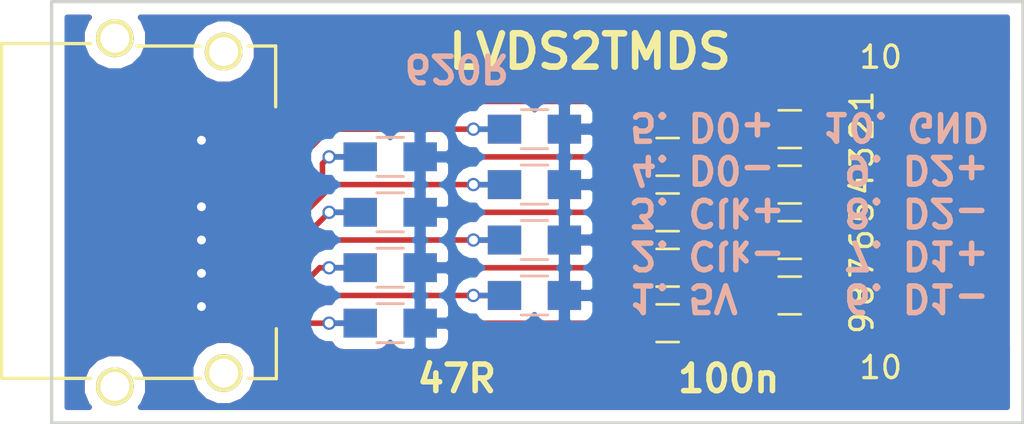
<source format=kicad_pcb>
(kicad_pcb (version 4) (host pcbnew 4.0.5)

  (general
    (links 47)
    (no_connects 0)
    (area 136.674999 69.424999 180.575001 88.575001)
    (thickness 1.6)
    (drawings 10)
    (tracks 84)
    (zones 0)
    (modules 26)
    (nets 32)
  )

  (page A4)
  (layers
    (0 F.Cu signal)
    (31 B.Cu signal)
    (32 B.Adhes user)
    (33 F.Adhes user)
    (34 B.Paste user)
    (35 F.Paste user)
    (36 B.SilkS user)
    (37 F.SilkS user)
    (38 B.Mask user)
    (39 F.Mask user)
    (40 Dwgs.User user)
    (41 Cmts.User user)
    (42 Eco1.User user)
    (43 Eco2.User user)
    (44 Edge.Cuts user)
    (45 Margin user)
    (46 B.CrtYd user)
    (47 F.CrtYd user)
    (48 B.Fab user)
    (49 F.Fab user)
  )

  (setup
    (last_trace_width 0.25)
    (trace_clearance 0.2)
    (zone_clearance 0.508)
    (zone_45_only no)
    (trace_min 0.2)
    (segment_width 0.2)
    (edge_width 0.15)
    (via_size 0.6)
    (via_drill 0.4)
    (via_min_size 0.4)
    (via_min_drill 0.3)
    (uvia_size 0.3)
    (uvia_drill 0.1)
    (uvias_allowed no)
    (uvia_min_size 0.2)
    (uvia_min_drill 0.1)
    (pcb_text_width 0.3)
    (pcb_text_size 1.5 1.5)
    (mod_edge_width 0.15)
    (mod_text_size 1 1)
    (mod_text_width 0.15)
    (pad_size 1.524 1.524)
    (pad_drill 0.762)
    (pad_to_mask_clearance 0.2)
    (aux_axis_origin 136.75 88.5)
    (visible_elements 7FFFFFFF)
    (pcbplotparams
      (layerselection 0x00030_80000001)
      (usegerberextensions false)
      (excludeedgelayer true)
      (linewidth 0.100000)
      (plotframeref false)
      (viasonmask false)
      (mode 1)
      (useauxorigin false)
      (hpglpennumber 1)
      (hpglpenspeed 20)
      (hpglpendiameter 15)
      (hpglpenoverlay 2)
      (psnegative false)
      (psa4output false)
      (plotreference true)
      (plotvalue true)
      (plotinvisibletext false)
      (padsonsilk false)
      (subtractmaskfromsilk false)
      (outputformat 1)
      (mirror false)
      (drillshape 1)
      (scaleselection 1)
      (outputdirectory ""))
  )

  (net 0 "")
  (net 1 "Net-(C1-Pad1)")
  (net 2 "Net-(C1-Pad2)")
  (net 3 "Net-(C2-Pad1)")
  (net 4 "Net-(C2-Pad2)")
  (net 5 "Net-(C3-Pad1)")
  (net 6 "Net-(C3-Pad2)")
  (net 7 "Net-(C4-Pad1)")
  (net 8 "Net-(C4-Pad2)")
  (net 9 "Net-(C5-Pad1)")
  (net 10 "Net-(C5-Pad2)")
  (net 11 "Net-(C6-Pad1)")
  (net 12 "Net-(C6-Pad2)")
  (net 13 "Net-(C7-Pad1)")
  (net 14 "Net-(C7-Pad2)")
  (net 15 "Net-(C8-Pad1)")
  (net 16 "Net-(C8-Pad2)")
  (net 17 "Net-(J1-Pad10)")
  (net 18 "Net-(J1-Pad9)")
  (net 19 GND)
  (net 20 "Net-(J1-Pad7)")
  (net 21 "Net-(J1-Pad6)")
  (net 22 "Net-(J1-Pad4)")
  (net 23 "Net-(J1-Pad3)")
  (net 24 "Net-(J1-Pad1)")
  (net 25 "Net-(J1-Pad12)")
  (net 26 "Net-(J1-Pad13)")
  (net 27 "Net-(J1-Pad14)")
  (net 28 "Net-(J1-Pad15)")
  (net 29 "Net-(J1-Pad16)")
  (net 30 +5V)
  (net 31 "Net-(J1-Pad19)")

  (net_class Default "This is the default net class."
    (clearance 0.2)
    (trace_width 0.25)
    (via_dia 0.6)
    (via_drill 0.4)
    (uvia_dia 0.3)
    (uvia_drill 0.1)
    (add_net +5V)
    (add_net GND)
    (add_net "Net-(C1-Pad1)")
    (add_net "Net-(C1-Pad2)")
    (add_net "Net-(C2-Pad1)")
    (add_net "Net-(C2-Pad2)")
    (add_net "Net-(C3-Pad1)")
    (add_net "Net-(C3-Pad2)")
    (add_net "Net-(C4-Pad1)")
    (add_net "Net-(C4-Pad2)")
    (add_net "Net-(C5-Pad1)")
    (add_net "Net-(C5-Pad2)")
    (add_net "Net-(C6-Pad1)")
    (add_net "Net-(C6-Pad2)")
    (add_net "Net-(C7-Pad1)")
    (add_net "Net-(C7-Pad2)")
    (add_net "Net-(C8-Pad1)")
    (add_net "Net-(C8-Pad2)")
    (add_net "Net-(J1-Pad1)")
    (add_net "Net-(J1-Pad10)")
    (add_net "Net-(J1-Pad12)")
    (add_net "Net-(J1-Pad13)")
    (add_net "Net-(J1-Pad14)")
    (add_net "Net-(J1-Pad15)")
    (add_net "Net-(J1-Pad16)")
    (add_net "Net-(J1-Pad19)")
    (add_net "Net-(J1-Pad3)")
    (add_net "Net-(J1-Pad4)")
    (add_net "Net-(J1-Pad6)")
    (add_net "Net-(J1-Pad7)")
    (add_net "Net-(J1-Pad9)")
  )

  (module Capacitors_SMD:C_0805_HandSoldering (layer F.Cu) (tedit 58D4687E) (tstamp 58D45FFC)
    (at 170 75.25 180)
    (descr "Capacitor SMD 0805, hand soldering")
    (tags "capacitor 0805")
    (path /58D49A4F)
    (attr smd)
    (fp_text reference C1 (at 0 -1.75 180) (layer F.SilkS) hide
      (effects (font (size 1 1) (thickness 0.15)))
    )
    (fp_text value 100n (at 0 1.75 180) (layer F.Fab) hide
      (effects (font (size 1 1) (thickness 0.15)))
    )
    (fp_text user %R (at 0 -1.75 180) (layer F.Fab) hide
      (effects (font (size 1 1) (thickness 0.15)))
    )
    (fp_line (start -1 0.62) (end -1 -0.62) (layer F.Fab) (width 0.1))
    (fp_line (start 1 0.62) (end -1 0.62) (layer F.Fab) (width 0.1))
    (fp_line (start 1 -0.62) (end 1 0.62) (layer F.Fab) (width 0.1))
    (fp_line (start -1 -0.62) (end 1 -0.62) (layer F.Fab) (width 0.1))
    (fp_line (start 0.5 -0.85) (end -0.5 -0.85) (layer F.SilkS) (width 0.12))
    (fp_line (start -0.5 0.85) (end 0.5 0.85) (layer F.SilkS) (width 0.12))
    (fp_line (start -2.25 -0.88) (end 2.25 -0.88) (layer F.CrtYd) (width 0.05))
    (fp_line (start -2.25 -0.88) (end -2.25 0.87) (layer F.CrtYd) (width 0.05))
    (fp_line (start 2.25 0.87) (end 2.25 -0.88) (layer F.CrtYd) (width 0.05))
    (fp_line (start 2.25 0.87) (end -2.25 0.87) (layer F.CrtYd) (width 0.05))
    (pad 1 smd rect (at -1.25 0 180) (size 1.5 1.25) (layers F.Cu F.Paste F.Mask)
      (net 1 "Net-(C1-Pad1)"))
    (pad 2 smd rect (at 1.25 0 180) (size 1.5 1.25) (layers F.Cu F.Paste F.Mask)
      (net 2 "Net-(C1-Pad2)"))
    (model Capacitors_SMD.3dshapes/C_0805.wrl
      (at (xyz 0 0 0))
      (scale (xyz 1 1 1))
      (rotate (xyz 0 0 0))
    )
  )

  (module Capacitors_SMD:C_0805_HandSoldering (layer F.Cu) (tedit 58D46871) (tstamp 58D46002)
    (at 164.5 76.5 180)
    (descr "Capacitor SMD 0805, hand soldering")
    (tags "capacitor 0805")
    (path /58D497D7)
    (attr smd)
    (fp_text reference C2 (at 0 -1.75 180) (layer F.SilkS) hide
      (effects (font (size 1 1) (thickness 0.15)))
    )
    (fp_text value 100n (at 0 1.75 180) (layer F.Fab) hide
      (effects (font (size 1 1) (thickness 0.15)))
    )
    (fp_text user %R (at 0 -1.75 180) (layer F.Fab) hide
      (effects (font (size 1 1) (thickness 0.15)))
    )
    (fp_line (start -1 0.62) (end -1 -0.62) (layer F.Fab) (width 0.1))
    (fp_line (start 1 0.62) (end -1 0.62) (layer F.Fab) (width 0.1))
    (fp_line (start 1 -0.62) (end 1 0.62) (layer F.Fab) (width 0.1))
    (fp_line (start -1 -0.62) (end 1 -0.62) (layer F.Fab) (width 0.1))
    (fp_line (start 0.5 -0.85) (end -0.5 -0.85) (layer F.SilkS) (width 0.12))
    (fp_line (start -0.5 0.85) (end 0.5 0.85) (layer F.SilkS) (width 0.12))
    (fp_line (start -2.25 -0.88) (end 2.25 -0.88) (layer F.CrtYd) (width 0.05))
    (fp_line (start -2.25 -0.88) (end -2.25 0.87) (layer F.CrtYd) (width 0.05))
    (fp_line (start 2.25 0.87) (end 2.25 -0.88) (layer F.CrtYd) (width 0.05))
    (fp_line (start 2.25 0.87) (end -2.25 0.87) (layer F.CrtYd) (width 0.05))
    (pad 1 smd rect (at -1.25 0 180) (size 1.5 1.25) (layers F.Cu F.Paste F.Mask)
      (net 3 "Net-(C2-Pad1)"))
    (pad 2 smd rect (at 1.25 0 180) (size 1.5 1.25) (layers F.Cu F.Paste F.Mask)
      (net 4 "Net-(C2-Pad2)"))
    (model Capacitors_SMD.3dshapes/C_0805.wrl
      (at (xyz 0 0 0))
      (scale (xyz 1 1 1))
      (rotate (xyz 0 0 0))
    )
  )

  (module Capacitors_SMD:C_0805_HandSoldering (layer F.Cu) (tedit 58D46881) (tstamp 58D46008)
    (at 170 77.75 180)
    (descr "Capacitor SMD 0805, hand soldering")
    (tags "capacitor 0805")
    (path /58D49EE5)
    (attr smd)
    (fp_text reference C3 (at 0 -1.75 180) (layer F.SilkS) hide
      (effects (font (size 1 1) (thickness 0.15)))
    )
    (fp_text value 100n (at 0 1.75 180) (layer F.Fab) hide
      (effects (font (size 1 1) (thickness 0.15)))
    )
    (fp_text user %R (at 0 -1.75 180) (layer F.Fab) hide
      (effects (font (size 1 1) (thickness 0.15)))
    )
    (fp_line (start -1 0.62) (end -1 -0.62) (layer F.Fab) (width 0.1))
    (fp_line (start 1 0.62) (end -1 0.62) (layer F.Fab) (width 0.1))
    (fp_line (start 1 -0.62) (end 1 0.62) (layer F.Fab) (width 0.1))
    (fp_line (start -1 -0.62) (end 1 -0.62) (layer F.Fab) (width 0.1))
    (fp_line (start 0.5 -0.85) (end -0.5 -0.85) (layer F.SilkS) (width 0.12))
    (fp_line (start -0.5 0.85) (end 0.5 0.85) (layer F.SilkS) (width 0.12))
    (fp_line (start -2.25 -0.88) (end 2.25 -0.88) (layer F.CrtYd) (width 0.05))
    (fp_line (start -2.25 -0.88) (end -2.25 0.87) (layer F.CrtYd) (width 0.05))
    (fp_line (start 2.25 0.87) (end 2.25 -0.88) (layer F.CrtYd) (width 0.05))
    (fp_line (start 2.25 0.87) (end -2.25 0.87) (layer F.CrtYd) (width 0.05))
    (pad 1 smd rect (at -1.25 0 180) (size 1.5 1.25) (layers F.Cu F.Paste F.Mask)
      (net 5 "Net-(C3-Pad1)"))
    (pad 2 smd rect (at 1.25 0 180) (size 1.5 1.25) (layers F.Cu F.Paste F.Mask)
      (net 6 "Net-(C3-Pad2)"))
    (model Capacitors_SMD.3dshapes/C_0805.wrl
      (at (xyz 0 0 0))
      (scale (xyz 1 1 1))
      (rotate (xyz 0 0 0))
    )
  )

  (module Capacitors_SMD:C_0805_HandSoldering (layer F.Cu) (tedit 58D46873) (tstamp 58D4600E)
    (at 164.5 79 180)
    (descr "Capacitor SMD 0805, hand soldering")
    (tags "capacitor 0805")
    (path /58D49EDF)
    (attr smd)
    (fp_text reference C4 (at 0 -1.75 180) (layer F.SilkS) hide
      (effects (font (size 1 1) (thickness 0.15)))
    )
    (fp_text value 100n (at 0 1.75 180) (layer F.Fab) hide
      (effects (font (size 1 1) (thickness 0.15)))
    )
    (fp_text user %R (at 0 -1.75 180) (layer F.Fab) hide
      (effects (font (size 1 1) (thickness 0.15)))
    )
    (fp_line (start -1 0.62) (end -1 -0.62) (layer F.Fab) (width 0.1))
    (fp_line (start 1 0.62) (end -1 0.62) (layer F.Fab) (width 0.1))
    (fp_line (start 1 -0.62) (end 1 0.62) (layer F.Fab) (width 0.1))
    (fp_line (start -1 -0.62) (end 1 -0.62) (layer F.Fab) (width 0.1))
    (fp_line (start 0.5 -0.85) (end -0.5 -0.85) (layer F.SilkS) (width 0.12))
    (fp_line (start -0.5 0.85) (end 0.5 0.85) (layer F.SilkS) (width 0.12))
    (fp_line (start -2.25 -0.88) (end 2.25 -0.88) (layer F.CrtYd) (width 0.05))
    (fp_line (start -2.25 -0.88) (end -2.25 0.87) (layer F.CrtYd) (width 0.05))
    (fp_line (start 2.25 0.87) (end 2.25 -0.88) (layer F.CrtYd) (width 0.05))
    (fp_line (start 2.25 0.87) (end -2.25 0.87) (layer F.CrtYd) (width 0.05))
    (pad 1 smd rect (at -1.25 0 180) (size 1.5 1.25) (layers F.Cu F.Paste F.Mask)
      (net 7 "Net-(C4-Pad1)"))
    (pad 2 smd rect (at 1.25 0 180) (size 1.5 1.25) (layers F.Cu F.Paste F.Mask)
      (net 8 "Net-(C4-Pad2)"))
    (model Capacitors_SMD.3dshapes/C_0805.wrl
      (at (xyz 0 0 0))
      (scale (xyz 1 1 1))
      (rotate (xyz 0 0 0))
    )
  )

  (module Capacitors_SMD:C_0805_HandSoldering (layer F.Cu) (tedit 58D46884) (tstamp 58D46014)
    (at 170 80.25 180)
    (descr "Capacitor SMD 0805, hand soldering")
    (tags "capacitor 0805")
    (path /58D4A6B7)
    (attr smd)
    (fp_text reference C5 (at 0 -1.75 180) (layer F.SilkS) hide
      (effects (font (size 1 1) (thickness 0.15)))
    )
    (fp_text value 100n (at 0 1.75 180) (layer F.Fab) hide
      (effects (font (size 1 1) (thickness 0.15)))
    )
    (fp_text user %R (at 0 -1.75 180) (layer F.Fab) hide
      (effects (font (size 1 1) (thickness 0.15)))
    )
    (fp_line (start -1 0.62) (end -1 -0.62) (layer F.Fab) (width 0.1))
    (fp_line (start 1 0.62) (end -1 0.62) (layer F.Fab) (width 0.1))
    (fp_line (start 1 -0.62) (end 1 0.62) (layer F.Fab) (width 0.1))
    (fp_line (start -1 -0.62) (end 1 -0.62) (layer F.Fab) (width 0.1))
    (fp_line (start 0.5 -0.85) (end -0.5 -0.85) (layer F.SilkS) (width 0.12))
    (fp_line (start -0.5 0.85) (end 0.5 0.85) (layer F.SilkS) (width 0.12))
    (fp_line (start -2.25 -0.88) (end 2.25 -0.88) (layer F.CrtYd) (width 0.05))
    (fp_line (start -2.25 -0.88) (end -2.25 0.87) (layer F.CrtYd) (width 0.05))
    (fp_line (start 2.25 0.87) (end 2.25 -0.88) (layer F.CrtYd) (width 0.05))
    (fp_line (start 2.25 0.87) (end -2.25 0.87) (layer F.CrtYd) (width 0.05))
    (pad 1 smd rect (at -1.25 0 180) (size 1.5 1.25) (layers F.Cu F.Paste F.Mask)
      (net 9 "Net-(C5-Pad1)"))
    (pad 2 smd rect (at 1.25 0 180) (size 1.5 1.25) (layers F.Cu F.Paste F.Mask)
      (net 10 "Net-(C5-Pad2)"))
    (model Capacitors_SMD.3dshapes/C_0805.wrl
      (at (xyz 0 0 0))
      (scale (xyz 1 1 1))
      (rotate (xyz 0 0 0))
    )
  )

  (module Capacitors_SMD:C_0805_HandSoldering (layer F.Cu) (tedit 58D46876) (tstamp 58D4601A)
    (at 164.5 81.5 180)
    (descr "Capacitor SMD 0805, hand soldering")
    (tags "capacitor 0805")
    (path /58D4A6B1)
    (attr smd)
    (fp_text reference C6 (at 0 -1.75 180) (layer F.SilkS) hide
      (effects (font (size 1 1) (thickness 0.15)))
    )
    (fp_text value 100n (at 0 1.75 180) (layer F.Fab) hide
      (effects (font (size 1 1) (thickness 0.15)))
    )
    (fp_text user %R (at 0 -1.75 180) (layer F.Fab) hide
      (effects (font (size 1 1) (thickness 0.15)))
    )
    (fp_line (start -1 0.62) (end -1 -0.62) (layer F.Fab) (width 0.1))
    (fp_line (start 1 0.62) (end -1 0.62) (layer F.Fab) (width 0.1))
    (fp_line (start 1 -0.62) (end 1 0.62) (layer F.Fab) (width 0.1))
    (fp_line (start -1 -0.62) (end 1 -0.62) (layer F.Fab) (width 0.1))
    (fp_line (start 0.5 -0.85) (end -0.5 -0.85) (layer F.SilkS) (width 0.12))
    (fp_line (start -0.5 0.85) (end 0.5 0.85) (layer F.SilkS) (width 0.12))
    (fp_line (start -2.25 -0.88) (end 2.25 -0.88) (layer F.CrtYd) (width 0.05))
    (fp_line (start -2.25 -0.88) (end -2.25 0.87) (layer F.CrtYd) (width 0.05))
    (fp_line (start 2.25 0.87) (end 2.25 -0.88) (layer F.CrtYd) (width 0.05))
    (fp_line (start 2.25 0.87) (end -2.25 0.87) (layer F.CrtYd) (width 0.05))
    (pad 1 smd rect (at -1.25 0 180) (size 1.5 1.25) (layers F.Cu F.Paste F.Mask)
      (net 11 "Net-(C6-Pad1)"))
    (pad 2 smd rect (at 1.25 0 180) (size 1.5 1.25) (layers F.Cu F.Paste F.Mask)
      (net 12 "Net-(C6-Pad2)"))
    (model Capacitors_SMD.3dshapes/C_0805.wrl
      (at (xyz 0 0 0))
      (scale (xyz 1 1 1))
      (rotate (xyz 0 0 0))
    )
  )

  (module Capacitors_SMD:C_0805_HandSoldering (layer F.Cu) (tedit 58D46886) (tstamp 58D46020)
    (at 170 82.75 180)
    (descr "Capacitor SMD 0805, hand soldering")
    (tags "capacitor 0805")
    (path /58D4A6C3)
    (attr smd)
    (fp_text reference C7 (at 0 -1.75 180) (layer F.SilkS) hide
      (effects (font (size 1 1) (thickness 0.15)))
    )
    (fp_text value 100n (at 0 1.75 180) (layer F.Fab) hide
      (effects (font (size 1 1) (thickness 0.15)))
    )
    (fp_text user %R (at 0 -1.75 180) (layer F.Fab) hide
      (effects (font (size 1 1) (thickness 0.15)))
    )
    (fp_line (start -1 0.62) (end -1 -0.62) (layer F.Fab) (width 0.1))
    (fp_line (start 1 0.62) (end -1 0.62) (layer F.Fab) (width 0.1))
    (fp_line (start 1 -0.62) (end 1 0.62) (layer F.Fab) (width 0.1))
    (fp_line (start -1 -0.62) (end 1 -0.62) (layer F.Fab) (width 0.1))
    (fp_line (start 0.5 -0.85) (end -0.5 -0.85) (layer F.SilkS) (width 0.12))
    (fp_line (start -0.5 0.85) (end 0.5 0.85) (layer F.SilkS) (width 0.12))
    (fp_line (start -2.25 -0.88) (end 2.25 -0.88) (layer F.CrtYd) (width 0.05))
    (fp_line (start -2.25 -0.88) (end -2.25 0.87) (layer F.CrtYd) (width 0.05))
    (fp_line (start 2.25 0.87) (end 2.25 -0.88) (layer F.CrtYd) (width 0.05))
    (fp_line (start 2.25 0.87) (end -2.25 0.87) (layer F.CrtYd) (width 0.05))
    (pad 1 smd rect (at -1.25 0 180) (size 1.5 1.25) (layers F.Cu F.Paste F.Mask)
      (net 13 "Net-(C7-Pad1)"))
    (pad 2 smd rect (at 1.25 0 180) (size 1.5 1.25) (layers F.Cu F.Paste F.Mask)
      (net 14 "Net-(C7-Pad2)"))
    (model Capacitors_SMD.3dshapes/C_0805.wrl
      (at (xyz 0 0 0))
      (scale (xyz 1 1 1))
      (rotate (xyz 0 0 0))
    )
  )

  (module Capacitors_SMD:C_0805_HandSoldering (layer F.Cu) (tedit 58D46879) (tstamp 58D46026)
    (at 164.5 84 180)
    (descr "Capacitor SMD 0805, hand soldering")
    (tags "capacitor 0805")
    (path /58D4A6BD)
    (attr smd)
    (fp_text reference C8 (at 0 -1.75 180) (layer F.SilkS) hide
      (effects (font (size 1 1) (thickness 0.15)))
    )
    (fp_text value 100n (at 0 1.75 180) (layer F.Fab) hide
      (effects (font (size 1 1) (thickness 0.15)))
    )
    (fp_text user %R (at 0 -1.75 180) (layer F.Fab) hide
      (effects (font (size 1 1) (thickness 0.15)))
    )
    (fp_line (start -1 0.62) (end -1 -0.62) (layer F.Fab) (width 0.1))
    (fp_line (start 1 0.62) (end -1 0.62) (layer F.Fab) (width 0.1))
    (fp_line (start 1 -0.62) (end 1 0.62) (layer F.Fab) (width 0.1))
    (fp_line (start -1 -0.62) (end 1 -0.62) (layer F.Fab) (width 0.1))
    (fp_line (start 0.5 -0.85) (end -0.5 -0.85) (layer F.SilkS) (width 0.12))
    (fp_line (start -0.5 0.85) (end 0.5 0.85) (layer F.SilkS) (width 0.12))
    (fp_line (start -2.25 -0.88) (end 2.25 -0.88) (layer F.CrtYd) (width 0.05))
    (fp_line (start -2.25 -0.88) (end -2.25 0.87) (layer F.CrtYd) (width 0.05))
    (fp_line (start 2.25 0.87) (end 2.25 -0.88) (layer F.CrtYd) (width 0.05))
    (fp_line (start 2.25 0.87) (end -2.25 0.87) (layer F.CrtYd) (width 0.05))
    (pad 1 smd rect (at -1.25 0 180) (size 1.5 1.25) (layers F.Cu F.Paste F.Mask)
      (net 15 "Net-(C8-Pad1)"))
    (pad 2 smd rect (at 1.25 0 180) (size 1.5 1.25) (layers F.Cu F.Paste F.Mask)
      (net 16 "Net-(C8-Pad2)"))
    (model Capacitors_SMD.3dshapes/C_0805.wrl
      (at (xyz 0 0 0))
      (scale (xyz 1 1 1))
      (rotate (xyz 0 0 0))
    )
  )

  (module hdmi:hdmi_new (layer F.Cu) (tedit 58D46C6D) (tstamp 58D46041)
    (at 144.5 79 270)
    (path /58D44C23)
    (fp_text reference J1 (at 7.0064 -3.3688 360) (layer F.SilkS) hide
      (effects (font (size 1.016 1.016) (thickness 0.254)))
    )
    (fp_text value HDMI (at 0.25 3.556 270) (layer F.SilkS) hide
      (effects (font (size 1.27 1.27) (thickness 0.254)))
    )
    (fp_line (start 7.5 -1.1) (end 7.5 -2.372) (layer F.SilkS) (width 0.15))
    (fp_line (start 7.5 -2.372) (end 5.25 -2.372) (layer F.SilkS) (width 0.15))
    (fp_line (start -7.5 -1.1) (end -7.5 -2.342) (layer F.SilkS) (width 0.15))
    (fp_line (start -7.5 -2.342) (end -4.76 -2.342) (layer F.SilkS) (width 0.15))
    (fp_line (start -7.5 3.92) (end -7.5 1.07) (layer F.SilkS) (width 0.15))
    (fp_line (start 7.49 4) (end 7.49 1.05) (layer F.SilkS) (width 0.15))
    (fp_line (start 0.24 10) (end -7.61 10) (layer F.SilkS) (width 0.15))
    (fp_line (start -7.61 10) (end -7.61 5.98) (layer F.SilkS) (width 0.15))
    (fp_line (start 0.24 10) (end 7.49 10) (layer F.SilkS) (width 0.15))
    (fp_line (start 7.49 10) (end 7.49 5.98) (layer F.SilkS) (width 0.15))
    (pad 10 smd rect (at 0.25 -1.3 270) (size 0.3 2.75) (layers F.Cu F.Paste F.Mask)
      (net 17 "Net-(J1-Pad10)"))
    (pad 9 smd rect (at 0.75 -1.3 270) (size 0.3 2.75) (layers F.Cu F.Paste F.Mask)
      (net 18 "Net-(J1-Pad9)"))
    (pad 8 smd rect (at 1.25 -1.3 270) (size 0.3 2.75) (layers F.Cu F.Paste F.Mask)
      (net 19 GND))
    (pad 7 smd rect (at 1.75 -1.3 270) (size 0.3 2.75) (layers F.Cu F.Paste F.Mask)
      (net 20 "Net-(J1-Pad7)"))
    (pad 6 smd rect (at 2.25 -1.3 270) (size 0.3 2.75) (layers F.Cu F.Paste F.Mask)
      (net 21 "Net-(J1-Pad6)"))
    (pad 5 smd rect (at 2.75 -1.3 270) (size 0.3 2.75) (layers F.Cu F.Paste F.Mask)
      (net 19 GND))
    (pad 4 smd rect (at 3.25 -1.3 270) (size 0.3 2.75) (layers F.Cu F.Paste F.Mask)
      (net 22 "Net-(J1-Pad4)"))
    (pad 3 smd rect (at 3.75 -1.3 270) (size 0.3 2.75) (layers F.Cu F.Paste F.Mask)
      (net 23 "Net-(J1-Pad3)"))
    (pad 2 smd rect (at 4.25 -1.3 270) (size 0.3 2.75) (layers F.Cu F.Paste F.Mask)
      (net 19 GND))
    (pad 1 smd rect (at 4.75 -1.3 270) (size 0.3 2.75) (layers F.Cu F.Paste F.Mask)
      (net 24 "Net-(J1-Pad1)"))
    (pad 11 smd rect (at -0.25 -1.3 270) (size 0.3 2.75) (layers F.Cu F.Paste F.Mask)
      (net 19 GND))
    (pad 12 smd rect (at -0.75 -1.3 270) (size 0.3 2.75) (layers F.Cu F.Paste F.Mask)
      (net 25 "Net-(J1-Pad12)"))
    (pad 13 smd rect (at -1.25 -1.3 270) (size 0.3 2.75) (layers F.Cu F.Paste F.Mask)
      (net 26 "Net-(J1-Pad13)"))
    (pad 14 smd rect (at -1.75 -1.3 270) (size 0.3 2.75) (layers F.Cu F.Paste F.Mask)
      (net 27 "Net-(J1-Pad14)"))
    (pad 15 smd rect (at -2.25 -1.3 270) (size 0.3 2.75) (layers F.Cu F.Paste F.Mask)
      (net 28 "Net-(J1-Pad15)"))
    (pad 16 smd rect (at -2.75 -1.3 270) (size 0.3 2.75) (layers F.Cu F.Paste F.Mask)
      (net 29 "Net-(J1-Pad16)"))
    (pad 17 smd rect (at -3.25 -1.3 270) (size 0.3 2.75) (layers F.Cu F.Paste F.Mask)
      (net 19 GND))
    (pad 18 smd rect (at -3.75 -1.3 270) (size 0.3 2.75) (layers F.Cu F.Paste F.Mask)
      (net 30 +5V))
    (pad 19 smd rect (at -4.25 -1.3 270) (size 0.3 2.75) (layers F.Cu F.Paste F.Mask)
      (net 31 "Net-(J1-Pad19)"))
    (pad 0 thru_hole circle (at -7.25 0 270) (size 1.7 1.7) (drill 1.3) (layers *.Cu *.Mask F.SilkS))
    (pad 0 thru_hole circle (at 7.25 0 270) (size 1.7 1.7) (drill 1.3) (layers *.Cu *.Mask F.SilkS))
    (pad 0 thru_hole circle (at -7.85 4.9 270) (size 1.7 1.7) (drill 1.3) (layers *.Cu *.Mask F.SilkS))
    (pad 0 thru_hole circle (at 7.85 4.9 270) (size 1.7 1.7) (drill 1.3) (layers *.Cu *.Mask F.SilkS))
  )

  (module my-libs:10pinSolderpads (layer F.Cu) (tedit 58D457FA) (tstamp 58D4605B)
    (at 177 79 270)
    (path /58D4B4C4)
    (fp_text reference P1 (at 0 0.15 270) (layer F.SilkS) hide
      (effects (font (size 1 1) (thickness 0.15)))
    )
    (fp_text value CONN_01X10 (at -0.25 -0.5 270) (layer F.Fab) hide
      (effects (font (size 1 1) (thickness 0.15)))
    )
    (fp_text user 10 (at -7 2.9 360) (layer F.SilkS)
      (effects (font (size 1 1) (thickness 0.15)))
    )
    (fp_text user 9 (at 5 3.75 270) (layer F.SilkS)
      (effects (font (size 1 1) (thickness 0.15)))
    )
    (fp_text user 8 (at 3.75 3.75 270) (layer F.SilkS)
      (effects (font (size 1 1) (thickness 0.15)))
    )
    (fp_text user 7 (at 2.5 3.75 270) (layer F.SilkS)
      (effects (font (size 1 1) (thickness 0.15)))
    )
    (fp_text user 6 (at 1.25 3.75 270) (layer F.SilkS)
      (effects (font (size 1 1) (thickness 0.15)))
    )
    (fp_text user 5 (at 0 3.75 270) (layer F.SilkS)
      (effects (font (size 1 1) (thickness 0.15)))
    )
    (fp_text user 4 (at -1.25 3.75 270) (layer F.SilkS)
      (effects (font (size 1 1) (thickness 0.15)))
    )
    (fp_text user 3 (at -2.5 3.75 270) (layer F.SilkS)
      (effects (font (size 1 1) (thickness 0.15)))
    )
    (fp_text user 2 (at -3.75 3.75 270) (layer F.SilkS)
      (effects (font (size 1 1) (thickness 0.15)))
    )
    (fp_text user 1 (at -5 3.75 270) (layer F.SilkS)
      (effects (font (size 1 1) (thickness 0.15)))
    )
    (fp_text user 10 (at 7 2.9 360) (layer F.SilkS)
      (effects (font (size 1 1) (thickness 0.15)))
    )
    (pad 1 smd oval (at -5 -1.35 270) (size 1.524 2.524) (layers F.Cu F.Paste F.Mask)
      (net 30 +5V))
    (pad 2 smd oval (at -3.75 1.4 270) (size 1.524 2.524) (layers F.Cu F.Paste F.Mask)
      (net 1 "Net-(C1-Pad1)"))
    (pad 3 smd oval (at -2.5 -1.35 270) (size 1.524 2.524) (layers F.Cu F.Paste F.Mask)
      (net 3 "Net-(C2-Pad1)"))
    (pad 4 smd oval (at -1.25 1.4 270) (size 1.524 2.524) (layers F.Cu F.Paste F.Mask)
      (net 5 "Net-(C3-Pad1)"))
    (pad 5 smd oval (at 0 -1.35 270) (size 1.524 2.524) (layers F.Cu F.Paste F.Mask)
      (net 7 "Net-(C4-Pad1)"))
    (pad 6 smd oval (at 1.25 1.4 270) (size 1.524 2.524) (layers F.Cu F.Paste F.Mask)
      (net 9 "Net-(C5-Pad1)"))
    (pad 7 smd oval (at 2.5 -1.35 270) (size 1.524 2.524) (layers F.Cu F.Paste F.Mask)
      (net 11 "Net-(C6-Pad1)"))
    (pad 8 smd oval (at 3.75 1.4 270) (size 1.524 2.524) (layers F.Cu F.Paste F.Mask)
      (net 13 "Net-(C7-Pad1)"))
    (pad 9 smd oval (at 5 -1.35 270) (size 1.524 2.524) (layers F.Cu F.Paste F.Mask)
      (net 15 "Net-(C8-Pad1)"))
    (pad 10 smd oval (at 7 0 90) (size 1.524 3.524) (layers F.Cu F.Paste F.Mask)
      (net 19 GND))
    (pad 10 smd oval (at -7 0 90) (size 1.524 3.524) (layers F.Cu F.Paste F.Mask)
      (net 19 GND))
  )

  (module Resistors_SMD:R_0805_HandSoldering (layer F.Cu) (tedit 58D46863) (tstamp 58D46061)
    (at 158.5 75.25 180)
    (descr "Resistor SMD 0805, hand soldering")
    (tags "resistor 0805")
    (path /58D46806)
    (attr smd)
    (fp_text reference R1 (at 0 -1.7 180) (layer F.SilkS) hide
      (effects (font (size 1 1) (thickness 0.15)))
    )
    (fp_text value 47R (at 0 1.75 180) (layer F.Fab) hide
      (effects (font (size 1 1) (thickness 0.15)))
    )
    (fp_text user %R (at 0 -1.7 180) (layer F.Fab) hide
      (effects (font (size 1 1) (thickness 0.15)))
    )
    (fp_line (start -1 0.62) (end -1 -0.62) (layer F.Fab) (width 0.1))
    (fp_line (start 1 0.62) (end -1 0.62) (layer F.Fab) (width 0.1))
    (fp_line (start 1 -0.62) (end 1 0.62) (layer F.Fab) (width 0.1))
    (fp_line (start -1 -0.62) (end 1 -0.62) (layer F.Fab) (width 0.1))
    (fp_line (start 0.6 0.88) (end -0.6 0.88) (layer F.SilkS) (width 0.12))
    (fp_line (start -0.6 -0.88) (end 0.6 -0.88) (layer F.SilkS) (width 0.12))
    (fp_line (start -2.35 -0.9) (end 2.35 -0.9) (layer F.CrtYd) (width 0.05))
    (fp_line (start -2.35 -0.9) (end -2.35 0.9) (layer F.CrtYd) (width 0.05))
    (fp_line (start 2.35 0.9) (end 2.35 -0.9) (layer F.CrtYd) (width 0.05))
    (fp_line (start 2.35 0.9) (end -2.35 0.9) (layer F.CrtYd) (width 0.05))
    (pad 1 smd rect (at -1.35 0 180) (size 1.5 1.3) (layers F.Cu F.Paste F.Mask)
      (net 2 "Net-(C1-Pad2)"))
    (pad 2 smd rect (at 1.35 0 180) (size 1.5 1.3) (layers F.Cu F.Paste F.Mask)
      (net 25 "Net-(J1-Pad12)"))
    (model Resistors_SMD.3dshapes/R_0805.wrl
      (at (xyz 0 0 0))
      (scale (xyz 1 1 1))
      (rotate (xyz 0 0 0))
    )
  )

  (module Resistors_SMD:R_0805_HandSoldering (layer F.Cu) (tedit 58D466DE) (tstamp 58D46067)
    (at 152 76.5 180)
    (descr "Resistor SMD 0805, hand soldering")
    (tags "resistor 0805")
    (path /58D4680C)
    (attr smd)
    (fp_text reference R2 (at 0 -1.7 180) (layer F.SilkS) hide
      (effects (font (size 1 1) (thickness 0.15)))
    )
    (fp_text value 47R (at 0 1.75 180) (layer F.Fab) hide
      (effects (font (size 1 1) (thickness 0.15)))
    )
    (fp_text user %R (at 0 -1.7 180) (layer F.Fab) hide
      (effects (font (size 1 1) (thickness 0.15)))
    )
    (fp_line (start -1 0.62) (end -1 -0.62) (layer F.Fab) (width 0.1))
    (fp_line (start 1 0.62) (end -1 0.62) (layer F.Fab) (width 0.1))
    (fp_line (start 1 -0.62) (end 1 0.62) (layer F.Fab) (width 0.1))
    (fp_line (start -1 -0.62) (end 1 -0.62) (layer F.Fab) (width 0.1))
    (fp_line (start 0.6 0.88) (end -0.6 0.88) (layer F.SilkS) (width 0.12))
    (fp_line (start -0.6 -0.88) (end 0.6 -0.88) (layer F.SilkS) (width 0.12))
    (fp_line (start -2.35 -0.9) (end 2.35 -0.9) (layer F.CrtYd) (width 0.05))
    (fp_line (start -2.35 -0.9) (end -2.35 0.9) (layer F.CrtYd) (width 0.05))
    (fp_line (start 2.35 0.9) (end 2.35 -0.9) (layer F.CrtYd) (width 0.05))
    (fp_line (start 2.35 0.9) (end -2.35 0.9) (layer F.CrtYd) (width 0.05))
    (pad 1 smd rect (at -1.35 0 180) (size 1.5 1.3) (layers F.Cu F.Paste F.Mask)
      (net 4 "Net-(C2-Pad2)"))
    (pad 2 smd rect (at 1.35 0 180) (size 1.5 1.3) (layers F.Cu F.Paste F.Mask)
      (net 17 "Net-(J1-Pad10)"))
    (model Resistors_SMD.3dshapes/R_0805.wrl
      (at (xyz 0 0 0))
      (scale (xyz 1 1 1))
      (rotate (xyz 0 0 0))
    )
  )

  (module Resistors_SMD:R_0805_HandSoldering (layer B.Cu) (tedit 58D46891) (tstamp 58D4606D)
    (at 158.5 75.25 180)
    (descr "Resistor SMD 0805, hand soldering")
    (tags "resistor 0805")
    (path /58D46F91)
    (attr smd)
    (fp_text reference R3 (at 0 1.7 180) (layer B.SilkS) hide
      (effects (font (size 1 1) (thickness 0.15)) (justify mirror))
    )
    (fp_text value 620R (at 0 -1.75 180) (layer B.Fab) hide
      (effects (font (size 1 1) (thickness 0.15)) (justify mirror))
    )
    (fp_text user %R (at 0 1.7 180) (layer B.Fab) hide
      (effects (font (size 1 1) (thickness 0.15)) (justify mirror))
    )
    (fp_line (start -1 -0.62) (end -1 0.62) (layer B.Fab) (width 0.1))
    (fp_line (start 1 -0.62) (end -1 -0.62) (layer B.Fab) (width 0.1))
    (fp_line (start 1 0.62) (end 1 -0.62) (layer B.Fab) (width 0.1))
    (fp_line (start -1 0.62) (end 1 0.62) (layer B.Fab) (width 0.1))
    (fp_line (start 0.6 -0.88) (end -0.6 -0.88) (layer B.SilkS) (width 0.12))
    (fp_line (start -0.6 0.88) (end 0.6 0.88) (layer B.SilkS) (width 0.12))
    (fp_line (start -2.35 0.9) (end 2.35 0.9) (layer B.CrtYd) (width 0.05))
    (fp_line (start -2.35 0.9) (end -2.35 -0.9) (layer B.CrtYd) (width 0.05))
    (fp_line (start 2.35 -0.9) (end 2.35 0.9) (layer B.CrtYd) (width 0.05))
    (fp_line (start 2.35 -0.9) (end -2.35 -0.9) (layer B.CrtYd) (width 0.05))
    (pad 1 smd rect (at -1.35 0 180) (size 1.5 1.3) (layers B.Cu B.Paste B.Mask)
      (net 19 GND))
    (pad 2 smd rect (at 1.35 0 180) (size 1.5 1.3) (layers B.Cu B.Paste B.Mask)
      (net 25 "Net-(J1-Pad12)"))
    (model Resistors_SMD.3dshapes/R_0805.wrl
      (at (xyz 0 0 0))
      (scale (xyz 1 1 1))
      (rotate (xyz 0 0 0))
    )
  )

  (module Resistors_SMD:R_0805_HandSoldering (layer B.Cu) (tedit 58D46855) (tstamp 58D46073)
    (at 152 76.5 180)
    (descr "Resistor SMD 0805, hand soldering")
    (tags "resistor 0805")
    (path /58D46F97)
    (attr smd)
    (fp_text reference R4 (at 0 1.7 180) (layer B.SilkS) hide
      (effects (font (size 1 1) (thickness 0.15)) (justify mirror))
    )
    (fp_text value 620R (at 0 -1.75 180) (layer B.Fab) hide
      (effects (font (size 1 1) (thickness 0.15)) (justify mirror))
    )
    (fp_text user %R (at 0 1.7 180) (layer B.Fab) hide
      (effects (font (size 1 1) (thickness 0.15)) (justify mirror))
    )
    (fp_line (start -1 -0.62) (end -1 0.62) (layer B.Fab) (width 0.1))
    (fp_line (start 1 -0.62) (end -1 -0.62) (layer B.Fab) (width 0.1))
    (fp_line (start 1 0.62) (end 1 -0.62) (layer B.Fab) (width 0.1))
    (fp_line (start -1 0.62) (end 1 0.62) (layer B.Fab) (width 0.1))
    (fp_line (start 0.6 -0.88) (end -0.6 -0.88) (layer B.SilkS) (width 0.12))
    (fp_line (start -0.6 0.88) (end 0.6 0.88) (layer B.SilkS) (width 0.12))
    (fp_line (start -2.35 0.9) (end 2.35 0.9) (layer B.CrtYd) (width 0.05))
    (fp_line (start -2.35 0.9) (end -2.35 -0.9) (layer B.CrtYd) (width 0.05))
    (fp_line (start 2.35 -0.9) (end 2.35 0.9) (layer B.CrtYd) (width 0.05))
    (fp_line (start 2.35 -0.9) (end -2.35 -0.9) (layer B.CrtYd) (width 0.05))
    (pad 1 smd rect (at -1.35 0 180) (size 1.5 1.3) (layers B.Cu B.Paste B.Mask)
      (net 19 GND))
    (pad 2 smd rect (at 1.35 0 180) (size 1.5 1.3) (layers B.Cu B.Paste B.Mask)
      (net 17 "Net-(J1-Pad10)"))
    (model Resistors_SMD.3dshapes/R_0805.wrl
      (at (xyz 0 0 0))
      (scale (xyz 1 1 1))
      (rotate (xyz 0 0 0))
    )
  )

  (module Resistors_SMD:R_0805_HandSoldering (layer F.Cu) (tedit 58D46866) (tstamp 58D46079)
    (at 158.5 77.75 180)
    (descr "Resistor SMD 0805, hand soldering")
    (tags "resistor 0805")
    (path /58D47D81)
    (attr smd)
    (fp_text reference R5 (at 0 -1.7 180) (layer F.SilkS) hide
      (effects (font (size 1 1) (thickness 0.15)))
    )
    (fp_text value 47R (at 0 1.75 180) (layer F.Fab) hide
      (effects (font (size 1 1) (thickness 0.15)))
    )
    (fp_text user %R (at 0 -1.7 180) (layer F.Fab) hide
      (effects (font (size 1 1) (thickness 0.15)))
    )
    (fp_line (start -1 0.62) (end -1 -0.62) (layer F.Fab) (width 0.1))
    (fp_line (start 1 0.62) (end -1 0.62) (layer F.Fab) (width 0.1))
    (fp_line (start 1 -0.62) (end 1 0.62) (layer F.Fab) (width 0.1))
    (fp_line (start -1 -0.62) (end 1 -0.62) (layer F.Fab) (width 0.1))
    (fp_line (start 0.6 0.88) (end -0.6 0.88) (layer F.SilkS) (width 0.12))
    (fp_line (start -0.6 -0.88) (end 0.6 -0.88) (layer F.SilkS) (width 0.12))
    (fp_line (start -2.35 -0.9) (end 2.35 -0.9) (layer F.CrtYd) (width 0.05))
    (fp_line (start -2.35 -0.9) (end -2.35 0.9) (layer F.CrtYd) (width 0.05))
    (fp_line (start 2.35 0.9) (end 2.35 -0.9) (layer F.CrtYd) (width 0.05))
    (fp_line (start 2.35 0.9) (end -2.35 0.9) (layer F.CrtYd) (width 0.05))
    (pad 1 smd rect (at -1.35 0 180) (size 1.5 1.3) (layers F.Cu F.Paste F.Mask)
      (net 6 "Net-(C3-Pad2)"))
    (pad 2 smd rect (at 1.35 0 180) (size 1.5 1.3) (layers F.Cu F.Paste F.Mask)
      (net 18 "Net-(J1-Pad9)"))
    (model Resistors_SMD.3dshapes/R_0805.wrl
      (at (xyz 0 0 0))
      (scale (xyz 1 1 1))
      (rotate (xyz 0 0 0))
    )
  )

  (module Resistors_SMD:R_0805_HandSoldering (layer F.Cu) (tedit 58D46859) (tstamp 58D4607F)
    (at 152 79 180)
    (descr "Resistor SMD 0805, hand soldering")
    (tags "resistor 0805")
    (path /58D47D87)
    (attr smd)
    (fp_text reference R6 (at 0 -1.7 180) (layer F.SilkS) hide
      (effects (font (size 1 1) (thickness 0.15)))
    )
    (fp_text value 47R (at 0 1.75 180) (layer F.Fab) hide
      (effects (font (size 1 1) (thickness 0.15)))
    )
    (fp_text user %R (at 0 -1.7 180) (layer F.Fab) hide
      (effects (font (size 1 1) (thickness 0.15)))
    )
    (fp_line (start -1 0.62) (end -1 -0.62) (layer F.Fab) (width 0.1))
    (fp_line (start 1 0.62) (end -1 0.62) (layer F.Fab) (width 0.1))
    (fp_line (start 1 -0.62) (end 1 0.62) (layer F.Fab) (width 0.1))
    (fp_line (start -1 -0.62) (end 1 -0.62) (layer F.Fab) (width 0.1))
    (fp_line (start 0.6 0.88) (end -0.6 0.88) (layer F.SilkS) (width 0.12))
    (fp_line (start -0.6 -0.88) (end 0.6 -0.88) (layer F.SilkS) (width 0.12))
    (fp_line (start -2.35 -0.9) (end 2.35 -0.9) (layer F.CrtYd) (width 0.05))
    (fp_line (start -2.35 -0.9) (end -2.35 0.9) (layer F.CrtYd) (width 0.05))
    (fp_line (start 2.35 0.9) (end 2.35 -0.9) (layer F.CrtYd) (width 0.05))
    (fp_line (start 2.35 0.9) (end -2.35 0.9) (layer F.CrtYd) (width 0.05))
    (pad 1 smd rect (at -1.35 0 180) (size 1.5 1.3) (layers F.Cu F.Paste F.Mask)
      (net 8 "Net-(C4-Pad2)"))
    (pad 2 smd rect (at 1.35 0 180) (size 1.5 1.3) (layers F.Cu F.Paste F.Mask)
      (net 20 "Net-(J1-Pad7)"))
    (model Resistors_SMD.3dshapes/R_0805.wrl
      (at (xyz 0 0 0))
      (scale (xyz 1 1 1))
      (rotate (xyz 0 0 0))
    )
  )

  (module Resistors_SMD:R_0805_HandSoldering (layer B.Cu) (tedit 58D46894) (tstamp 58D46085)
    (at 158.5 77.75 180)
    (descr "Resistor SMD 0805, hand soldering")
    (tags "resistor 0805")
    (path /58D47D8D)
    (attr smd)
    (fp_text reference R7 (at 0 1.7 180) (layer B.SilkS) hide
      (effects (font (size 1 1) (thickness 0.15)) (justify mirror))
    )
    (fp_text value 620R (at 0 -1.75 180) (layer B.Fab) hide
      (effects (font (size 1 1) (thickness 0.15)) (justify mirror))
    )
    (fp_text user %R (at 0 1.7 180) (layer B.Fab) hide
      (effects (font (size 1 1) (thickness 0.15)) (justify mirror))
    )
    (fp_line (start -1 -0.62) (end -1 0.62) (layer B.Fab) (width 0.1))
    (fp_line (start 1 -0.62) (end -1 -0.62) (layer B.Fab) (width 0.1))
    (fp_line (start 1 0.62) (end 1 -0.62) (layer B.Fab) (width 0.1))
    (fp_line (start -1 0.62) (end 1 0.62) (layer B.Fab) (width 0.1))
    (fp_line (start 0.6 -0.88) (end -0.6 -0.88) (layer B.SilkS) (width 0.12))
    (fp_line (start -0.6 0.88) (end 0.6 0.88) (layer B.SilkS) (width 0.12))
    (fp_line (start -2.35 0.9) (end 2.35 0.9) (layer B.CrtYd) (width 0.05))
    (fp_line (start -2.35 0.9) (end -2.35 -0.9) (layer B.CrtYd) (width 0.05))
    (fp_line (start 2.35 -0.9) (end 2.35 0.9) (layer B.CrtYd) (width 0.05))
    (fp_line (start 2.35 -0.9) (end -2.35 -0.9) (layer B.CrtYd) (width 0.05))
    (pad 1 smd rect (at -1.35 0 180) (size 1.5 1.3) (layers B.Cu B.Paste B.Mask)
      (net 19 GND))
    (pad 2 smd rect (at 1.35 0 180) (size 1.5 1.3) (layers B.Cu B.Paste B.Mask)
      (net 18 "Net-(J1-Pad9)"))
    (model Resistors_SMD.3dshapes/R_0805.wrl
      (at (xyz 0 0 0))
      (scale (xyz 1 1 1))
      (rotate (xyz 0 0 0))
    )
  )

  (module Resistors_SMD:R_0805_HandSoldering (layer B.Cu) (tedit 58D4689C) (tstamp 58D4608B)
    (at 152 79 180)
    (descr "Resistor SMD 0805, hand soldering")
    (tags "resistor 0805")
    (path /58D47D93)
    (attr smd)
    (fp_text reference R8 (at 0 1.7 180) (layer B.SilkS) hide
      (effects (font (size 1 1) (thickness 0.15)) (justify mirror))
    )
    (fp_text value 620R (at 0 -1.75 180) (layer B.Fab) hide
      (effects (font (size 1 1) (thickness 0.15)) (justify mirror))
    )
    (fp_text user %R (at 0 1.7 180) (layer B.Fab) hide
      (effects (font (size 1 1) (thickness 0.15)) (justify mirror))
    )
    (fp_line (start -1 -0.62) (end -1 0.62) (layer B.Fab) (width 0.1))
    (fp_line (start 1 -0.62) (end -1 -0.62) (layer B.Fab) (width 0.1))
    (fp_line (start 1 0.62) (end 1 -0.62) (layer B.Fab) (width 0.1))
    (fp_line (start -1 0.62) (end 1 0.62) (layer B.Fab) (width 0.1))
    (fp_line (start 0.6 -0.88) (end -0.6 -0.88) (layer B.SilkS) (width 0.12))
    (fp_line (start -0.6 0.88) (end 0.6 0.88) (layer B.SilkS) (width 0.12))
    (fp_line (start -2.35 0.9) (end 2.35 0.9) (layer B.CrtYd) (width 0.05))
    (fp_line (start -2.35 0.9) (end -2.35 -0.9) (layer B.CrtYd) (width 0.05))
    (fp_line (start 2.35 -0.9) (end 2.35 0.9) (layer B.CrtYd) (width 0.05))
    (fp_line (start 2.35 -0.9) (end -2.35 -0.9) (layer B.CrtYd) (width 0.05))
    (pad 1 smd rect (at -1.35 0 180) (size 1.5 1.3) (layers B.Cu B.Paste B.Mask)
      (net 19 GND))
    (pad 2 smd rect (at 1.35 0 180) (size 1.5 1.3) (layers B.Cu B.Paste B.Mask)
      (net 20 "Net-(J1-Pad7)"))
    (model Resistors_SMD.3dshapes/R_0805.wrl
      (at (xyz 0 0 0))
      (scale (xyz 1 1 1))
      (rotate (xyz 0 0 0))
    )
  )

  (module Resistors_SMD:R_0805_HandSoldering (layer F.Cu) (tedit 58D46869) (tstamp 58D46091)
    (at 158.5 80.25 180)
    (descr "Resistor SMD 0805, hand soldering")
    (tags "resistor 0805")
    (path /58D4823E)
    (attr smd)
    (fp_text reference R9 (at 0 -1.7 180) (layer F.SilkS) hide
      (effects (font (size 1 1) (thickness 0.15)))
    )
    (fp_text value 47R (at 0 1.75 180) (layer F.Fab) hide
      (effects (font (size 1 1) (thickness 0.15)))
    )
    (fp_text user %R (at 0 -1.7 180) (layer F.Fab) hide
      (effects (font (size 1 1) (thickness 0.15)))
    )
    (fp_line (start -1 0.62) (end -1 -0.62) (layer F.Fab) (width 0.1))
    (fp_line (start 1 0.62) (end -1 0.62) (layer F.Fab) (width 0.1))
    (fp_line (start 1 -0.62) (end 1 0.62) (layer F.Fab) (width 0.1))
    (fp_line (start -1 -0.62) (end 1 -0.62) (layer F.Fab) (width 0.1))
    (fp_line (start 0.6 0.88) (end -0.6 0.88) (layer F.SilkS) (width 0.12))
    (fp_line (start -0.6 -0.88) (end 0.6 -0.88) (layer F.SilkS) (width 0.12))
    (fp_line (start -2.35 -0.9) (end 2.35 -0.9) (layer F.CrtYd) (width 0.05))
    (fp_line (start -2.35 -0.9) (end -2.35 0.9) (layer F.CrtYd) (width 0.05))
    (fp_line (start 2.35 0.9) (end 2.35 -0.9) (layer F.CrtYd) (width 0.05))
    (fp_line (start 2.35 0.9) (end -2.35 0.9) (layer F.CrtYd) (width 0.05))
    (pad 1 smd rect (at -1.35 0 180) (size 1.5 1.3) (layers F.Cu F.Paste F.Mask)
      (net 10 "Net-(C5-Pad2)"))
    (pad 2 smd rect (at 1.35 0 180) (size 1.5 1.3) (layers F.Cu F.Paste F.Mask)
      (net 21 "Net-(J1-Pad6)"))
    (model Resistors_SMD.3dshapes/R_0805.wrl
      (at (xyz 0 0 0))
      (scale (xyz 1 1 1))
      (rotate (xyz 0 0 0))
    )
  )

  (module Resistors_SMD:R_0805_HandSoldering (layer F.Cu) (tedit 58D4685B) (tstamp 58D46097)
    (at 152 81.5 180)
    (descr "Resistor SMD 0805, hand soldering")
    (tags "resistor 0805")
    (path /58D48244)
    (attr smd)
    (fp_text reference R10 (at 0 -1.7 180) (layer F.SilkS) hide
      (effects (font (size 1 1) (thickness 0.15)))
    )
    (fp_text value 47R (at 0 1.75 180) (layer F.Fab) hide
      (effects (font (size 1 1) (thickness 0.15)))
    )
    (fp_text user %R (at 0 -1.7 180) (layer F.Fab) hide
      (effects (font (size 1 1) (thickness 0.15)))
    )
    (fp_line (start -1 0.62) (end -1 -0.62) (layer F.Fab) (width 0.1))
    (fp_line (start 1 0.62) (end -1 0.62) (layer F.Fab) (width 0.1))
    (fp_line (start 1 -0.62) (end 1 0.62) (layer F.Fab) (width 0.1))
    (fp_line (start -1 -0.62) (end 1 -0.62) (layer F.Fab) (width 0.1))
    (fp_line (start 0.6 0.88) (end -0.6 0.88) (layer F.SilkS) (width 0.12))
    (fp_line (start -0.6 -0.88) (end 0.6 -0.88) (layer F.SilkS) (width 0.12))
    (fp_line (start -2.35 -0.9) (end 2.35 -0.9) (layer F.CrtYd) (width 0.05))
    (fp_line (start -2.35 -0.9) (end -2.35 0.9) (layer F.CrtYd) (width 0.05))
    (fp_line (start 2.35 0.9) (end 2.35 -0.9) (layer F.CrtYd) (width 0.05))
    (fp_line (start 2.35 0.9) (end -2.35 0.9) (layer F.CrtYd) (width 0.05))
    (pad 1 smd rect (at -1.35 0 180) (size 1.5 1.3) (layers F.Cu F.Paste F.Mask)
      (net 12 "Net-(C6-Pad2)"))
    (pad 2 smd rect (at 1.35 0 180) (size 1.5 1.3) (layers F.Cu F.Paste F.Mask)
      (net 22 "Net-(J1-Pad4)"))
    (model Resistors_SMD.3dshapes/R_0805.wrl
      (at (xyz 0 0 0))
      (scale (xyz 1 1 1))
      (rotate (xyz 0 0 0))
    )
  )

  (module Resistors_SMD:R_0805_HandSoldering (layer B.Cu) (tedit 58D46897) (tstamp 58D4609D)
    (at 158.5 80.25 180)
    (descr "Resistor SMD 0805, hand soldering")
    (tags "resistor 0805")
    (path /58D4824A)
    (attr smd)
    (fp_text reference R11 (at 0 1.7 180) (layer B.SilkS) hide
      (effects (font (size 1 1) (thickness 0.15)) (justify mirror))
    )
    (fp_text value 620R (at 0 -1.75 180) (layer B.Fab) hide
      (effects (font (size 1 1) (thickness 0.15)) (justify mirror))
    )
    (fp_text user %R (at 0 1.7 180) (layer B.Fab) hide
      (effects (font (size 1 1) (thickness 0.15)) (justify mirror))
    )
    (fp_line (start -1 -0.62) (end -1 0.62) (layer B.Fab) (width 0.1))
    (fp_line (start 1 -0.62) (end -1 -0.62) (layer B.Fab) (width 0.1))
    (fp_line (start 1 0.62) (end 1 -0.62) (layer B.Fab) (width 0.1))
    (fp_line (start -1 0.62) (end 1 0.62) (layer B.Fab) (width 0.1))
    (fp_line (start 0.6 -0.88) (end -0.6 -0.88) (layer B.SilkS) (width 0.12))
    (fp_line (start -0.6 0.88) (end 0.6 0.88) (layer B.SilkS) (width 0.12))
    (fp_line (start -2.35 0.9) (end 2.35 0.9) (layer B.CrtYd) (width 0.05))
    (fp_line (start -2.35 0.9) (end -2.35 -0.9) (layer B.CrtYd) (width 0.05))
    (fp_line (start 2.35 -0.9) (end 2.35 0.9) (layer B.CrtYd) (width 0.05))
    (fp_line (start 2.35 -0.9) (end -2.35 -0.9) (layer B.CrtYd) (width 0.05))
    (pad 1 smd rect (at -1.35 0 180) (size 1.5 1.3) (layers B.Cu B.Paste B.Mask)
      (net 19 GND))
    (pad 2 smd rect (at 1.35 0 180) (size 1.5 1.3) (layers B.Cu B.Paste B.Mask)
      (net 21 "Net-(J1-Pad6)"))
    (model Resistors_SMD.3dshapes/R_0805.wrl
      (at (xyz 0 0 0))
      (scale (xyz 1 1 1))
      (rotate (xyz 0 0 0))
    )
  )

  (module Resistors_SMD:R_0805_HandSoldering (layer B.Cu) (tedit 58D4689E) (tstamp 58D460A3)
    (at 152 81.5 180)
    (descr "Resistor SMD 0805, hand soldering")
    (tags "resistor 0805")
    (path /58D48250)
    (attr smd)
    (fp_text reference R12 (at 0 1.7 180) (layer B.SilkS) hide
      (effects (font (size 1 1) (thickness 0.15)) (justify mirror))
    )
    (fp_text value 620R (at 0 -1.75 180) (layer B.Fab) hide
      (effects (font (size 1 1) (thickness 0.15)) (justify mirror))
    )
    (fp_text user %R (at 0 1.7 180) (layer B.Fab) hide
      (effects (font (size 1 1) (thickness 0.15)) (justify mirror))
    )
    (fp_line (start -1 -0.62) (end -1 0.62) (layer B.Fab) (width 0.1))
    (fp_line (start 1 -0.62) (end -1 -0.62) (layer B.Fab) (width 0.1))
    (fp_line (start 1 0.62) (end 1 -0.62) (layer B.Fab) (width 0.1))
    (fp_line (start -1 0.62) (end 1 0.62) (layer B.Fab) (width 0.1))
    (fp_line (start 0.6 -0.88) (end -0.6 -0.88) (layer B.SilkS) (width 0.12))
    (fp_line (start -0.6 0.88) (end 0.6 0.88) (layer B.SilkS) (width 0.12))
    (fp_line (start -2.35 0.9) (end 2.35 0.9) (layer B.CrtYd) (width 0.05))
    (fp_line (start -2.35 0.9) (end -2.35 -0.9) (layer B.CrtYd) (width 0.05))
    (fp_line (start 2.35 -0.9) (end 2.35 0.9) (layer B.CrtYd) (width 0.05))
    (fp_line (start 2.35 -0.9) (end -2.35 -0.9) (layer B.CrtYd) (width 0.05))
    (pad 1 smd rect (at -1.35 0 180) (size 1.5 1.3) (layers B.Cu B.Paste B.Mask)
      (net 19 GND))
    (pad 2 smd rect (at 1.35 0 180) (size 1.5 1.3) (layers B.Cu B.Paste B.Mask)
      (net 22 "Net-(J1-Pad4)"))
    (model Resistors_SMD.3dshapes/R_0805.wrl
      (at (xyz 0 0 0))
      (scale (xyz 1 1 1))
      (rotate (xyz 0 0 0))
    )
  )

  (module Resistors_SMD:R_0805_HandSoldering (layer F.Cu) (tedit 58D4686C) (tstamp 58D460A9)
    (at 158.5 82.75 180)
    (descr "Resistor SMD 0805, hand soldering")
    (tags "resistor 0805")
    (path /58D48265)
    (attr smd)
    (fp_text reference R13 (at 0 -1.7 180) (layer F.SilkS) hide
      (effects (font (size 1 1) (thickness 0.15)))
    )
    (fp_text value 47R (at 0 1.75 180) (layer F.Fab) hide
      (effects (font (size 1 1) (thickness 0.15)))
    )
    (fp_text user %R (at 0 -1.7 180) (layer F.Fab) hide
      (effects (font (size 1 1) (thickness 0.15)))
    )
    (fp_line (start -1 0.62) (end -1 -0.62) (layer F.Fab) (width 0.1))
    (fp_line (start 1 0.62) (end -1 0.62) (layer F.Fab) (width 0.1))
    (fp_line (start 1 -0.62) (end 1 0.62) (layer F.Fab) (width 0.1))
    (fp_line (start -1 -0.62) (end 1 -0.62) (layer F.Fab) (width 0.1))
    (fp_line (start 0.6 0.88) (end -0.6 0.88) (layer F.SilkS) (width 0.12))
    (fp_line (start -0.6 -0.88) (end 0.6 -0.88) (layer F.SilkS) (width 0.12))
    (fp_line (start -2.35 -0.9) (end 2.35 -0.9) (layer F.CrtYd) (width 0.05))
    (fp_line (start -2.35 -0.9) (end -2.35 0.9) (layer F.CrtYd) (width 0.05))
    (fp_line (start 2.35 0.9) (end 2.35 -0.9) (layer F.CrtYd) (width 0.05))
    (fp_line (start 2.35 0.9) (end -2.35 0.9) (layer F.CrtYd) (width 0.05))
    (pad 1 smd rect (at -1.35 0 180) (size 1.5 1.3) (layers F.Cu F.Paste F.Mask)
      (net 14 "Net-(C7-Pad2)"))
    (pad 2 smd rect (at 1.35 0 180) (size 1.5 1.3) (layers F.Cu F.Paste F.Mask)
      (net 23 "Net-(J1-Pad3)"))
    (model Resistors_SMD.3dshapes/R_0805.wrl
      (at (xyz 0 0 0))
      (scale (xyz 1 1 1))
      (rotate (xyz 0 0 0))
    )
  )

  (module Resistors_SMD:R_0805_HandSoldering (layer F.Cu) (tedit 58D46860) (tstamp 58D460AF)
    (at 152 84 180)
    (descr "Resistor SMD 0805, hand soldering")
    (tags "resistor 0805")
    (path /58D4826B)
    (attr smd)
    (fp_text reference R14 (at 0 -1.7 180) (layer F.SilkS) hide
      (effects (font (size 1 1) (thickness 0.15)))
    )
    (fp_text value 47R (at 0 1.75 180) (layer F.Fab) hide
      (effects (font (size 1 1) (thickness 0.15)))
    )
    (fp_text user %R (at 0 -1.7 180) (layer F.Fab) hide
      (effects (font (size 1 1) (thickness 0.15)))
    )
    (fp_line (start -1 0.62) (end -1 -0.62) (layer F.Fab) (width 0.1))
    (fp_line (start 1 0.62) (end -1 0.62) (layer F.Fab) (width 0.1))
    (fp_line (start 1 -0.62) (end 1 0.62) (layer F.Fab) (width 0.1))
    (fp_line (start -1 -0.62) (end 1 -0.62) (layer F.Fab) (width 0.1))
    (fp_line (start 0.6 0.88) (end -0.6 0.88) (layer F.SilkS) (width 0.12))
    (fp_line (start -0.6 -0.88) (end 0.6 -0.88) (layer F.SilkS) (width 0.12))
    (fp_line (start -2.35 -0.9) (end 2.35 -0.9) (layer F.CrtYd) (width 0.05))
    (fp_line (start -2.35 -0.9) (end -2.35 0.9) (layer F.CrtYd) (width 0.05))
    (fp_line (start 2.35 0.9) (end 2.35 -0.9) (layer F.CrtYd) (width 0.05))
    (fp_line (start 2.35 0.9) (end -2.35 0.9) (layer F.CrtYd) (width 0.05))
    (pad 1 smd rect (at -1.35 0 180) (size 1.5 1.3) (layers F.Cu F.Paste F.Mask)
      (net 16 "Net-(C8-Pad2)"))
    (pad 2 smd rect (at 1.35 0 180) (size 1.5 1.3) (layers F.Cu F.Paste F.Mask)
      (net 24 "Net-(J1-Pad1)"))
    (model Resistors_SMD.3dshapes/R_0805.wrl
      (at (xyz 0 0 0))
      (scale (xyz 1 1 1))
      (rotate (xyz 0 0 0))
    )
  )

  (module Resistors_SMD:R_0805_HandSoldering (layer B.Cu) (tedit 58D46899) (tstamp 58D460B5)
    (at 158.5 82.75 180)
    (descr "Resistor SMD 0805, hand soldering")
    (tags "resistor 0805")
    (path /58D48271)
    (attr smd)
    (fp_text reference R15 (at 0 1.7 180) (layer B.SilkS) hide
      (effects (font (size 1 1) (thickness 0.15)) (justify mirror))
    )
    (fp_text value 620R (at 0 -1.75 180) (layer B.Fab) hide
      (effects (font (size 1 1) (thickness 0.15)) (justify mirror))
    )
    (fp_text user %R (at 0 1.7 180) (layer B.Fab) hide
      (effects (font (size 1 1) (thickness 0.15)) (justify mirror))
    )
    (fp_line (start -1 -0.62) (end -1 0.62) (layer B.Fab) (width 0.1))
    (fp_line (start 1 -0.62) (end -1 -0.62) (layer B.Fab) (width 0.1))
    (fp_line (start 1 0.62) (end 1 -0.62) (layer B.Fab) (width 0.1))
    (fp_line (start -1 0.62) (end 1 0.62) (layer B.Fab) (width 0.1))
    (fp_line (start 0.6 -0.88) (end -0.6 -0.88) (layer B.SilkS) (width 0.12))
    (fp_line (start -0.6 0.88) (end 0.6 0.88) (layer B.SilkS) (width 0.12))
    (fp_line (start -2.35 0.9) (end 2.35 0.9) (layer B.CrtYd) (width 0.05))
    (fp_line (start -2.35 0.9) (end -2.35 -0.9) (layer B.CrtYd) (width 0.05))
    (fp_line (start 2.35 -0.9) (end 2.35 0.9) (layer B.CrtYd) (width 0.05))
    (fp_line (start 2.35 -0.9) (end -2.35 -0.9) (layer B.CrtYd) (width 0.05))
    (pad 1 smd rect (at -1.35 0 180) (size 1.5 1.3) (layers B.Cu B.Paste B.Mask)
      (net 19 GND))
    (pad 2 smd rect (at 1.35 0 180) (size 1.5 1.3) (layers B.Cu B.Paste B.Mask)
      (net 23 "Net-(J1-Pad3)"))
    (model Resistors_SMD.3dshapes/R_0805.wrl
      (at (xyz 0 0 0))
      (scale (xyz 1 1 1))
      (rotate (xyz 0 0 0))
    )
  )

  (module Resistors_SMD:R_0805_HandSoldering (layer B.Cu) (tedit 58D468A1) (tstamp 58D460BB)
    (at 152 84 180)
    (descr "Resistor SMD 0805, hand soldering")
    (tags "resistor 0805")
    (path /58D48277)
    (attr smd)
    (fp_text reference R16 (at 0 1.7 180) (layer B.SilkS) hide
      (effects (font (size 1 1) (thickness 0.15)) (justify mirror))
    )
    (fp_text value 620R (at 0 -1.75 180) (layer B.Fab) hide
      (effects (font (size 1 1) (thickness 0.15)) (justify mirror))
    )
    (fp_text user %R (at 0 1.7 180) (layer B.Fab) hide
      (effects (font (size 1 1) (thickness 0.15)) (justify mirror))
    )
    (fp_line (start -1 -0.62) (end -1 0.62) (layer B.Fab) (width 0.1))
    (fp_line (start 1 -0.62) (end -1 -0.62) (layer B.Fab) (width 0.1))
    (fp_line (start 1 0.62) (end 1 -0.62) (layer B.Fab) (width 0.1))
    (fp_line (start -1 0.62) (end 1 0.62) (layer B.Fab) (width 0.1))
    (fp_line (start 0.6 -0.88) (end -0.6 -0.88) (layer B.SilkS) (width 0.12))
    (fp_line (start -0.6 0.88) (end 0.6 0.88) (layer B.SilkS) (width 0.12))
    (fp_line (start -2.35 0.9) (end 2.35 0.9) (layer B.CrtYd) (width 0.05))
    (fp_line (start -2.35 0.9) (end -2.35 -0.9) (layer B.CrtYd) (width 0.05))
    (fp_line (start 2.35 -0.9) (end 2.35 0.9) (layer B.CrtYd) (width 0.05))
    (fp_line (start 2.35 -0.9) (end -2.35 -0.9) (layer B.CrtYd) (width 0.05))
    (pad 1 smd rect (at -1.35 0 180) (size 1.5 1.3) (layers B.Cu B.Paste B.Mask)
      (net 19 GND))
    (pad 2 smd rect (at 1.35 0 180) (size 1.5 1.3) (layers B.Cu B.Paste B.Mask)
      (net 24 "Net-(J1-Pad1)"))
    (model Resistors_SMD.3dshapes/R_0805.wrl
      (at (xyz 0 0 0))
      (scale (xyz 1 1 1))
      (rotate (xyz 0 0 0))
    )
  )

  (gr_text 620R (at 155 72.5 180) (layer B.SilkS) (tstamp 58D46F04)
    (effects (font (size 1.2 1.2) (thickness 0.25)) (justify mirror))
  )
  (gr_text LVDS2TMDS (at 161 71.75) (layer F.SilkS)
    (effects (font (size 1.5 1.5) (thickness 0.3)))
  )
  (gr_text " 6. D1-\n 7. D1+\n 8. D2-\n 9. D2+\n10. GND" (at 175.25 79 180) (layer B.SilkS)
    (effects (font (size 1.2 1.2) (thickness 0.25)) (justify mirror))
  )
  (gr_text " 1. 5V\n 2. Clk-  \n 3. Clk+\n 4. D0-\n 5. D0+" (at 161.75 79 180) (layer B.SilkS)
    (effects (font (size 1.2 1.2) (thickness 0.25)) (justify left mirror))
  )
  (gr_text 100n (at 167.25 86.5) (layer F.SilkS)
    (effects (font (size 1.2 1.2) (thickness 0.25)))
  )
  (gr_text 47R (at 155 86.5) (layer F.SilkS)
    (effects (font (size 1.2 1.2) (thickness 0.25)))
  )
  (gr_line (start 136.75 88.5) (end 136.75 69.5) (layer Edge.Cuts) (width 0.15))
  (gr_line (start 180.5 88.5) (end 136.75 88.5) (layer Edge.Cuts) (width 0.15))
  (gr_line (start 180.5 69.5) (end 180.5 88.5) (layer Edge.Cuts) (width 0.15))
  (gr_line (start 136.75 69.5) (end 180.5 69.5) (layer Edge.Cuts) (width 0.15))

  (segment (start 175.6 75.25) (end 171.25 75.25) (width 0.25) (layer F.Cu) (net 1))
  (segment (start 168.75 75.25) (end 159.85 75.25) (width 0.25) (layer F.Cu) (net 2))
  (segment (start 165.75 76.5) (end 178.35 76.5) (width 0.25) (layer F.Cu) (net 3))
  (segment (start 153.35 76.5) (end 154.35 76.5) (width 0.25) (layer F.Cu) (net 4))
  (segment (start 154.35 76.5) (end 163.25 76.5) (width 0.25) (layer F.Cu) (net 4))
  (segment (start 171.25 77.75) (end 175.6 77.75) (width 0.25) (layer F.Cu) (net 5))
  (segment (start 159.85 77.75) (end 168.75 77.75) (width 0.25) (layer F.Cu) (net 6))
  (segment (start 178.35 79) (end 165.75 79) (width 0.25) (layer F.Cu) (net 7))
  (segment (start 163.25 79) (end 153.35 79) (width 0.25) (layer F.Cu) (net 8))
  (segment (start 175.6 80.25) (end 171.25 80.25) (width 0.25) (layer F.Cu) (net 9))
  (segment (start 159.85 80.25) (end 160.85 80.25) (width 0.25) (layer F.Cu) (net 10))
  (segment (start 160.85 80.25) (end 168.75 80.25) (width 0.25) (layer F.Cu) (net 10))
  (segment (start 178.35 81.5) (end 165.75 81.5) (width 0.25) (layer F.Cu) (net 11))
  (segment (start 163.25 81.5) (end 153.35 81.5) (width 0.25) (layer F.Cu) (net 12))
  (segment (start 171.25 82.75) (end 175.6 82.75) (width 0.25) (layer F.Cu) (net 13))
  (segment (start 168.75 82.75) (end 159.85 82.75) (width 0.25) (layer F.Cu) (net 14))
  (segment (start 178.35 84) (end 176.838 84) (width 0.25) (layer F.Cu) (net 15))
  (segment (start 176.838 84) (end 165.75 84) (width 0.25) (layer F.Cu) (net 15))
  (segment (start 153.35 84) (end 163.25 84) (width 0.25) (layer F.Cu) (net 16))
  (segment (start 149.25 76.5) (end 148.950001 76.799999) (width 0.25) (layer F.Cu) (net 17))
  (segment (start 148.950001 76.799999) (end 148.950001 77.588589) (width 0.25) (layer F.Cu) (net 17))
  (segment (start 148.950001 77.588589) (end 147.28859 79.25) (width 0.25) (layer F.Cu) (net 17))
  (segment (start 147.28859 79.25) (end 145.8 79.25) (width 0.25) (layer F.Cu) (net 17))
  (segment (start 150.65 76.5) (end 149.25 76.5) (width 0.25) (layer F.Cu) (net 17))
  (segment (start 150.65 76.5) (end 149.25 76.5) (width 0.25) (layer B.Cu) (net 17))
  (via (at 149.25 76.5) (size 0.6) (drill 0.4) (layers F.Cu B.Cu) (net 17))
  (segment (start 150.65 76.5) (end 150.55 76.5) (width 0.25) (layer F.Cu) (net 17))
  (segment (start 157.15 77.75) (end 155.75 77.75) (width 0.25) (layer F.Cu) (net 18))
  (segment (start 157.15 77.75) (end 149.425 77.75) (width 0.25) (layer F.Cu) (net 18))
  (segment (start 149.425 77.75) (end 147.425 79.75) (width 0.25) (layer F.Cu) (net 18))
  (segment (start 147.425 79.75) (end 145.8 79.75) (width 0.25) (layer F.Cu) (net 18))
  (segment (start 157.15 77.75) (end 155.75 77.75) (width 0.25) (layer B.Cu) (net 18))
  (via (at 155.75 77.75) (size 0.6) (drill 0.4) (layers F.Cu B.Cu) (net 18))
  (segment (start 145.8 83.25) (end 143.5 83.25) (width 0.25) (layer F.Cu) (net 19))
  (via (at 143.5 83.25) (size 0.6) (drill 0.4) (layers F.Cu B.Cu) (net 19))
  (segment (start 145.8 81.75) (end 143.5 81.75) (width 0.25) (layer F.Cu) (net 19))
  (via (at 143.5 81.75) (size 0.6) (drill 0.4) (layers F.Cu B.Cu) (net 19))
  (segment (start 145.8 80.25) (end 143.5 80.25) (width 0.25) (layer F.Cu) (net 19))
  (via (at 143.5 80.25) (size 0.6) (drill 0.4) (layers F.Cu B.Cu) (net 19))
  (segment (start 145.8 78.75) (end 143.5 78.75) (width 0.25) (layer F.Cu) (net 19))
  (via (at 143.5 78.75) (size 0.6) (drill 0.4) (layers F.Cu B.Cu) (net 19))
  (segment (start 145.8 75.75) (end 143.5 75.75) (width 0.25) (layer F.Cu) (net 19))
  (via (at 143.5 75.75) (size 0.6) (drill 0.4) (layers F.Cu B.Cu) (net 19))
  (segment (start 149.25 79) (end 147.5 80.75) (width 0.25) (layer F.Cu) (net 20))
  (segment (start 147.5 80.75) (end 145.8 80.75) (width 0.25) (layer F.Cu) (net 20))
  (segment (start 150.65 79) (end 149.25 79) (width 0.25) (layer B.Cu) (net 20))
  (segment (start 150.65 79) (end 149.25 79) (width 0.25) (layer F.Cu) (net 20))
  (via (at 149.25 79) (size 0.6) (drill 0.4) (layers F.Cu B.Cu) (net 20))
  (segment (start 157.15 80.25) (end 155.75 80.25) (width 0.25) (layer F.Cu) (net 21))
  (segment (start 149.03641 80.25) (end 148.03641 81.25) (width 0.25) (layer F.Cu) (net 21))
  (segment (start 157.15 80.25) (end 155.75 80.25) (width 0.25) (layer B.Cu) (net 21))
  (via (at 155.75 80.25) (size 0.6) (drill 0.4) (layers F.Cu B.Cu) (net 21))
  (segment (start 157.15 80.25) (end 149.03641 80.25) (width 0.25) (layer F.Cu) (net 21))
  (segment (start 148.03641 81.25) (end 147.425 81.25) (width 0.25) (layer F.Cu) (net 21))
  (segment (start 147.425 81.25) (end 145.8 81.25) (width 0.25) (layer F.Cu) (net 21))
  (segment (start 149.25 81.5) (end 148.825736 81.5) (width 0.25) (layer F.Cu) (net 22))
  (segment (start 148.825736 81.5) (end 148.075736 82.25) (width 0.25) (layer F.Cu) (net 22))
  (segment (start 148.075736 82.25) (end 147.425 82.25) (width 0.25) (layer F.Cu) (net 22))
  (segment (start 147.425 82.25) (end 145.8 82.25) (width 0.25) (layer F.Cu) (net 22))
  (segment (start 150.65 81.5) (end 149.25 81.5) (width 0.25) (layer B.Cu) (net 22))
  (segment (start 150.65 81.5) (end 149.25 81.5) (width 0.25) (layer F.Cu) (net 22))
  (via (at 149.25 81.5) (size 0.6) (drill 0.4) (layers F.Cu B.Cu) (net 22))
  (segment (start 157.15 82.75) (end 155.75 82.75) (width 0.25) (layer F.Cu) (net 23))
  (segment (start 157.15 82.75) (end 155.75 82.75) (width 0.25) (layer B.Cu) (net 23))
  (via (at 155.75 82.75) (size 0.6) (drill 0.4) (layers F.Cu B.Cu) (net 23))
  (segment (start 157.15 82.75) (end 145.8 82.75) (width 0.25) (layer F.Cu) (net 23))
  (segment (start 148.25 84) (end 148 83.75) (width 0.25) (layer F.Cu) (net 24))
  (segment (start 148 83.75) (end 145.8 83.75) (width 0.25) (layer F.Cu) (net 24))
  (segment (start 149.25 84) (end 148.25 84) (width 0.25) (layer F.Cu) (net 24))
  (segment (start 150.65 84) (end 149.25 84) (width 0.25) (layer F.Cu) (net 24))
  (segment (start 150.65 84) (end 149.25 84) (width 0.25) (layer B.Cu) (net 24))
  (via (at 149.25 84) (size 0.6) (drill 0.4) (layers F.Cu B.Cu) (net 24))
  (segment (start 148.25 76.25) (end 148.25 77.425) (width 0.25) (layer F.Cu) (net 25))
  (segment (start 147.425 78.25) (end 145.8 78.25) (width 0.25) (layer F.Cu) (net 25))
  (segment (start 148.25 77.425) (end 147.425 78.25) (width 0.25) (layer F.Cu) (net 25))
  (segment (start 149.25 75.25) (end 148.25 76.25) (width 0.25) (layer F.Cu) (net 25))
  (segment (start 155.75 75.25) (end 149.25 75.25) (width 0.25) (layer F.Cu) (net 25))
  (segment (start 157.15 75.25) (end 155.75 75.25) (width 0.25) (layer F.Cu) (net 25))
  (segment (start 157.15 75.25) (end 155.75 75.25) (width 0.25) (layer B.Cu) (net 25))
  (via (at 155.75 75.25) (size 0.6) (drill 0.4) (layers F.Cu B.Cu) (net 25))
  (segment (start 178.35 74) (end 149.86359 74) (width 0.25) (layer F.Cu) (net 30))
  (segment (start 149.86359 74) (end 148.61359 75.25) (width 0.25) (layer F.Cu) (net 30))
  (segment (start 148.61359 75.25) (end 147.425 75.25) (width 0.25) (layer F.Cu) (net 30))
  (segment (start 147.425 75.25) (end 145.8 75.25) (width 0.25) (layer F.Cu) (net 30))

  (zone (net 19) (net_name GND) (layer B.Cu) (tstamp 0) (hatch edge 0.508)
    (connect_pads (clearance 0.508))
    (min_thickness 0.254)
    (fill yes (arc_segments 16) (thermal_gap 0.508) (thermal_bridge_width 0.508))
    (polygon
      (pts
        (xy 137.25 70) (xy 137.25 88) (xy 180 88) (xy 180 70)
      )
    )
    (filled_polygon
      (pts
        (xy 138.341812 70.307717) (xy 138.115258 70.853319) (xy 138.114743 71.444089) (xy 138.340344 71.990086) (xy 138.757717 72.408188)
        (xy 139.303319 72.634742) (xy 139.894089 72.635257) (xy 140.440086 72.409656) (xy 140.806291 72.044089) (xy 143.014743 72.044089)
        (xy 143.240344 72.590086) (xy 143.657717 73.008188) (xy 144.203319 73.234742) (xy 144.794089 73.235257) (xy 145.340086 73.009656)
        (xy 145.758188 72.592283) (xy 145.984742 72.046681) (xy 145.985257 71.455911) (xy 145.759656 70.909914) (xy 145.342283 70.491812)
        (xy 144.796681 70.265258) (xy 144.205911 70.264743) (xy 143.659914 70.490344) (xy 143.241812 70.907717) (xy 143.015258 71.453319)
        (xy 143.014743 72.044089) (xy 140.806291 72.044089) (xy 140.858188 71.992283) (xy 141.084742 71.446681) (xy 141.085257 70.855911)
        (xy 140.859656 70.309914) (xy 140.759916 70.21) (xy 179.79 70.21) (xy 179.79 87.79) (xy 140.7603 87.79)
        (xy 140.858188 87.692283) (xy 141.084742 87.146681) (xy 141.085257 86.555911) (xy 141.080373 86.544089) (xy 143.014743 86.544089)
        (xy 143.240344 87.090086) (xy 143.657717 87.508188) (xy 144.203319 87.734742) (xy 144.794089 87.735257) (xy 145.340086 87.509656)
        (xy 145.758188 87.092283) (xy 145.984742 86.546681) (xy 145.985257 85.955911) (xy 145.759656 85.409914) (xy 145.342283 84.991812)
        (xy 144.796681 84.765258) (xy 144.205911 84.764743) (xy 143.659914 84.990344) (xy 143.241812 85.407717) (xy 143.015258 85.953319)
        (xy 143.014743 86.544089) (xy 141.080373 86.544089) (xy 140.859656 86.009914) (xy 140.442283 85.591812) (xy 139.896681 85.365258)
        (xy 139.305911 85.364743) (xy 138.759914 85.590344) (xy 138.341812 86.007717) (xy 138.115258 86.553319) (xy 138.114743 87.144089)
        (xy 138.340344 87.690086) (xy 138.440084 87.79) (xy 137.46 87.79) (xy 137.46 76.685167) (xy 148.314838 76.685167)
        (xy 148.456883 77.028943) (xy 148.719673 77.292192) (xy 149.063201 77.434838) (xy 149.328853 77.435069) (xy 149.43591 77.601441)
        (xy 149.64811 77.746431) (xy 149.661197 77.749081) (xy 149.448559 77.88591) (xy 149.326147 78.065066) (xy 149.064833 78.064838)
        (xy 148.721057 78.206883) (xy 148.457808 78.469673) (xy 148.315162 78.813201) (xy 148.314838 79.185167) (xy 148.456883 79.528943)
        (xy 148.719673 79.792192) (xy 149.063201 79.934838) (xy 149.328853 79.935069) (xy 149.43591 80.101441) (xy 149.64811 80.246431)
        (xy 149.661197 80.249081) (xy 149.448559 80.38591) (xy 149.326147 80.565066) (xy 149.064833 80.564838) (xy 148.721057 80.706883)
        (xy 148.457808 80.969673) (xy 148.315162 81.313201) (xy 148.314838 81.685167) (xy 148.456883 82.028943) (xy 148.719673 82.292192)
        (xy 149.063201 82.434838) (xy 149.328853 82.435069) (xy 149.43591 82.601441) (xy 149.64811 82.746431) (xy 149.661197 82.749081)
        (xy 149.448559 82.88591) (xy 149.326147 83.065066) (xy 149.064833 83.064838) (xy 148.721057 83.206883) (xy 148.457808 83.469673)
        (xy 148.315162 83.813201) (xy 148.314838 84.185167) (xy 148.456883 84.528943) (xy 148.719673 84.792192) (xy 149.063201 84.934838)
        (xy 149.328853 84.935069) (xy 149.43591 85.101441) (xy 149.64811 85.246431) (xy 149.9 85.29744) (xy 151.4 85.29744)
        (xy 151.635317 85.253162) (xy 151.851441 85.11409) (xy 151.996431 84.90189) (xy 152.003191 84.86851) (xy 152.061673 85.009699)
        (xy 152.240302 85.188327) (xy 152.473691 85.285) (xy 153.06425 85.285) (xy 153.223 85.12625) (xy 153.223 84.127)
        (xy 153.477 84.127) (xy 153.477 85.12625) (xy 153.63575 85.285) (xy 154.226309 85.285) (xy 154.459698 85.188327)
        (xy 154.638327 85.009699) (xy 154.735 84.77631) (xy 154.735 84.28575) (xy 154.57625 84.127) (xy 153.477 84.127)
        (xy 153.223 84.127) (xy 153.203 84.127) (xy 153.203 83.873) (xy 153.223 83.873) (xy 153.223 82.87375)
        (xy 153.09925 82.75) (xy 153.223 82.62625) (xy 153.223 81.627) (xy 153.477 81.627) (xy 153.477 82.62625)
        (xy 153.60075 82.75) (xy 153.477 82.87375) (xy 153.477 83.873) (xy 154.57625 83.873) (xy 154.735 83.71425)
        (xy 154.735 83.22369) (xy 154.638327 82.990301) (xy 154.459698 82.811673) (xy 154.310806 82.75) (xy 154.459698 82.688327)
        (xy 154.638327 82.509699) (xy 154.735 82.27631) (xy 154.735 81.78575) (xy 154.57625 81.627) (xy 153.477 81.627)
        (xy 153.223 81.627) (xy 153.203 81.627) (xy 153.203 81.373) (xy 153.223 81.373) (xy 153.223 80.37375)
        (xy 153.09925 80.25) (xy 153.223 80.12625) (xy 153.223 79.127) (xy 153.477 79.127) (xy 153.477 80.12625)
        (xy 153.60075 80.25) (xy 153.477 80.37375) (xy 153.477 81.373) (xy 154.57625 81.373) (xy 154.735 81.21425)
        (xy 154.735 80.72369) (xy 154.638327 80.490301) (xy 154.459698 80.311673) (xy 154.310806 80.25) (xy 154.459698 80.188327)
        (xy 154.638327 80.009699) (xy 154.735 79.77631) (xy 154.735 79.28575) (xy 154.57625 79.127) (xy 153.477 79.127)
        (xy 153.223 79.127) (xy 153.203 79.127) (xy 153.203 78.873) (xy 153.223 78.873) (xy 153.223 77.87375)
        (xy 153.09925 77.75) (xy 153.223 77.62625) (xy 153.223 76.627) (xy 153.477 76.627) (xy 153.477 77.62625)
        (xy 153.60075 77.75) (xy 153.477 77.87375) (xy 153.477 78.873) (xy 154.57625 78.873) (xy 154.735 78.71425)
        (xy 154.735 78.22369) (xy 154.638327 77.990301) (xy 154.459698 77.811673) (xy 154.310806 77.75) (xy 154.459698 77.688327)
        (xy 154.638327 77.509699) (xy 154.735 77.27631) (xy 154.735 76.78575) (xy 154.57625 76.627) (xy 153.477 76.627)
        (xy 153.223 76.627) (xy 153.203 76.627) (xy 153.203 76.373) (xy 153.223 76.373) (xy 153.223 75.37375)
        (xy 153.477 75.37375) (xy 153.477 76.373) (xy 154.57625 76.373) (xy 154.735 76.21425) (xy 154.735 75.72369)
        (xy 154.638327 75.490301) (xy 154.583193 75.435167) (xy 154.814838 75.435167) (xy 154.956883 75.778943) (xy 155.219673 76.042192)
        (xy 155.563201 76.184838) (xy 155.828853 76.185069) (xy 155.93591 76.351441) (xy 156.14811 76.496431) (xy 156.161197 76.499081)
        (xy 155.948559 76.63591) (xy 155.826147 76.815066) (xy 155.564833 76.814838) (xy 155.221057 76.956883) (xy 154.957808 77.219673)
        (xy 154.815162 77.563201) (xy 154.814838 77.935167) (xy 154.956883 78.278943) (xy 155.219673 78.542192) (xy 155.563201 78.684838)
        (xy 155.828853 78.685069) (xy 155.93591 78.851441) (xy 156.14811 78.996431) (xy 156.161197 78.999081) (xy 155.948559 79.13591)
        (xy 155.826147 79.315066) (xy 155.564833 79.314838) (xy 155.221057 79.456883) (xy 154.957808 79.719673) (xy 154.815162 80.063201)
        (xy 154.814838 80.435167) (xy 154.956883 80.778943) (xy 155.219673 81.042192) (xy 155.563201 81.184838) (xy 155.828853 81.185069)
        (xy 155.93591 81.351441) (xy 156.14811 81.496431) (xy 156.161197 81.499081) (xy 155.948559 81.63591) (xy 155.826147 81.815066)
        (xy 155.564833 81.814838) (xy 155.221057 81.956883) (xy 154.957808 82.219673) (xy 154.815162 82.563201) (xy 154.814838 82.935167)
        (xy 154.956883 83.278943) (xy 155.219673 83.542192) (xy 155.563201 83.684838) (xy 155.828853 83.685069) (xy 155.93591 83.851441)
        (xy 156.14811 83.996431) (xy 156.4 84.04744) (xy 157.9 84.04744) (xy 158.135317 84.003162) (xy 158.351441 83.86409)
        (xy 158.496431 83.65189) (xy 158.503191 83.61851) (xy 158.561673 83.759699) (xy 158.740302 83.938327) (xy 158.973691 84.035)
        (xy 159.56425 84.035) (xy 159.723 83.87625) (xy 159.723 82.877) (xy 159.977 82.877) (xy 159.977 83.87625)
        (xy 160.13575 84.035) (xy 160.726309 84.035) (xy 160.959698 83.938327) (xy 161.138327 83.759699) (xy 161.235 83.52631)
        (xy 161.235 83.03575) (xy 161.07625 82.877) (xy 159.977 82.877) (xy 159.723 82.877) (xy 159.703 82.877)
        (xy 159.703 82.623) (xy 159.723 82.623) (xy 159.723 81.62375) (xy 159.59925 81.5) (xy 159.723 81.37625)
        (xy 159.723 80.377) (xy 159.977 80.377) (xy 159.977 81.37625) (xy 160.10075 81.5) (xy 159.977 81.62375)
        (xy 159.977 82.623) (xy 161.07625 82.623) (xy 161.235 82.46425) (xy 161.235 81.97369) (xy 161.138327 81.740301)
        (xy 160.959698 81.561673) (xy 160.810806 81.5) (xy 160.959698 81.438327) (xy 161.138327 81.259699) (xy 161.235 81.02631)
        (xy 161.235 80.53575) (xy 161.07625 80.377) (xy 159.977 80.377) (xy 159.723 80.377) (xy 159.703 80.377)
        (xy 159.703 80.123) (xy 159.723 80.123) (xy 159.723 79.12375) (xy 159.59925 79) (xy 159.723 78.87625)
        (xy 159.723 77.877) (xy 159.977 77.877) (xy 159.977 78.87625) (xy 160.10075 79) (xy 159.977 79.12375)
        (xy 159.977 80.123) (xy 161.07625 80.123) (xy 161.235 79.96425) (xy 161.235 79.47369) (xy 161.138327 79.240301)
        (xy 160.959698 79.061673) (xy 160.810806 79) (xy 160.959698 78.938327) (xy 161.138327 78.759699) (xy 161.235 78.52631)
        (xy 161.235 78.03575) (xy 161.07625 77.877) (xy 159.977 77.877) (xy 159.723 77.877) (xy 159.703 77.877)
        (xy 159.703 77.623) (xy 159.723 77.623) (xy 159.723 76.62375) (xy 159.59925 76.5) (xy 159.723 76.37625)
        (xy 159.723 75.377) (xy 159.977 75.377) (xy 159.977 76.37625) (xy 160.10075 76.5) (xy 159.977 76.62375)
        (xy 159.977 77.623) (xy 161.07625 77.623) (xy 161.235 77.46425) (xy 161.235 76.97369) (xy 161.138327 76.740301)
        (xy 160.959698 76.561673) (xy 160.810806 76.5) (xy 160.959698 76.438327) (xy 161.138327 76.259699) (xy 161.235 76.02631)
        (xy 161.235 75.53575) (xy 161.07625 75.377) (xy 159.977 75.377) (xy 159.723 75.377) (xy 159.703 75.377)
        (xy 159.703 75.123) (xy 159.723 75.123) (xy 159.723 74.12375) (xy 159.977 74.12375) (xy 159.977 75.123)
        (xy 161.07625 75.123) (xy 161.235 74.96425) (xy 161.235 74.47369) (xy 161.138327 74.240301) (xy 160.959698 74.061673)
        (xy 160.726309 73.965) (xy 160.13575 73.965) (xy 159.977 74.12375) (xy 159.723 74.12375) (xy 159.56425 73.965)
        (xy 158.973691 73.965) (xy 158.740302 74.061673) (xy 158.561673 74.240301) (xy 158.505346 74.376287) (xy 158.503162 74.364683)
        (xy 158.36409 74.148559) (xy 158.15189 74.003569) (xy 157.9 73.95256) (xy 156.4 73.95256) (xy 156.164683 73.996838)
        (xy 155.948559 74.13591) (xy 155.826147 74.315066) (xy 155.564833 74.314838) (xy 155.221057 74.456883) (xy 154.957808 74.719673)
        (xy 154.815162 75.063201) (xy 154.814838 75.435167) (xy 154.583193 75.435167) (xy 154.459698 75.311673) (xy 154.226309 75.215)
        (xy 153.63575 75.215) (xy 153.477 75.37375) (xy 153.223 75.37375) (xy 153.06425 75.215) (xy 152.473691 75.215)
        (xy 152.240302 75.311673) (xy 152.061673 75.490301) (xy 152.005346 75.626287) (xy 152.003162 75.614683) (xy 151.86409 75.398559)
        (xy 151.65189 75.253569) (xy 151.4 75.20256) (xy 149.9 75.20256) (xy 149.664683 75.246838) (xy 149.448559 75.38591)
        (xy 149.326147 75.565066) (xy 149.064833 75.564838) (xy 148.721057 75.706883) (xy 148.457808 75.969673) (xy 148.315162 76.313201)
        (xy 148.314838 76.685167) (xy 137.46 76.685167) (xy 137.46 70.21) (xy 138.4397 70.21)
      )
    )
  )
  (zone (net 19) (net_name GND) (layer F.Cu) (tstamp 0) (hatch edge 0.508)
    (connect_pads (clearance 0.508))
    (min_thickness 0.254)
    (fill yes (arc_segments 16) (thermal_gap 0.508) (thermal_bridge_width 0.508))
    (polygon
      (pts
        (xy 137.25 70) (xy 137.25 88) (xy 180 88) (xy 180 70)
      )
    )
    (filled_polygon
      (pts
        (xy 138.341812 70.307717) (xy 138.115258 70.853319) (xy 138.114743 71.444089) (xy 138.340344 71.990086) (xy 138.757717 72.408188)
        (xy 139.303319 72.634742) (xy 139.894089 72.635257) (xy 140.440086 72.409656) (xy 140.806291 72.044089) (xy 143.014743 72.044089)
        (xy 143.240344 72.590086) (xy 143.657717 73.008188) (xy 144.203319 73.234742) (xy 144.794089 73.235257) (xy 145.340086 73.009656)
        (xy 145.758188 72.592283) (xy 145.984742 72.046681) (xy 145.985081 71.65693) (xy 174.64578 71.65693) (xy 174.76828 71.873)
        (xy 176.873 71.873) (xy 176.873 70.603) (xy 177.127 70.603) (xy 177.127 71.873) (xy 179.23172 71.873)
        (xy 179.35422 71.65693) (xy 179.33926 71.582723) (xy 179.07763 71.101974) (xy 178.651941 70.757941) (xy 178.127 70.603)
        (xy 177.127 70.603) (xy 176.873 70.603) (xy 175.873 70.603) (xy 175.348059 70.757941) (xy 174.92237 71.101974)
        (xy 174.66074 71.582723) (xy 174.64578 71.65693) (xy 145.985081 71.65693) (xy 145.985257 71.455911) (xy 145.759656 70.909914)
        (xy 145.342283 70.491812) (xy 144.796681 70.265258) (xy 144.205911 70.264743) (xy 143.659914 70.490344) (xy 143.241812 70.907717)
        (xy 143.015258 71.453319) (xy 143.014743 72.044089) (xy 140.806291 72.044089) (xy 140.858188 71.992283) (xy 141.084742 71.446681)
        (xy 141.085257 70.855911) (xy 140.859656 70.309914) (xy 140.759916 70.21) (xy 179.79 70.21) (xy 179.79 72.955382)
        (xy 179.421773 72.70934) (xy 179.2039 72.666003) (xy 179.33926 72.417277) (xy 179.35422 72.34307) (xy 179.23172 72.127)
        (xy 177.127 72.127) (xy 177.127 72.147) (xy 176.873 72.147) (xy 176.873 72.127) (xy 174.76828 72.127)
        (xy 174.64578 72.34307) (xy 174.66074 72.417277) (xy 174.92237 72.898026) (xy 175.345511 73.24) (xy 149.86359 73.24)
        (xy 149.572751 73.297852) (xy 149.326189 73.462599) (xy 148.298788 74.49) (xy 147.801742 74.49) (xy 147.778162 74.364683)
        (xy 147.63909 74.148559) (xy 147.42689 74.003569) (xy 147.175 73.95256) (xy 144.425 73.95256) (xy 144.189683 73.996838)
        (xy 143.973559 74.13591) (xy 143.828569 74.34811) (xy 143.77756 74.6) (xy 143.77756 74.9) (xy 143.797067 75.003671)
        (xy 143.77756 75.1) (xy 143.77756 75.4) (xy 143.790981 75.471324) (xy 143.79 75.473691) (xy 143.79 75.51625)
        (xy 143.801621 75.527871) (xy 143.821838 75.635317) (xy 143.89562 75.749978) (xy 143.828569 75.84811) (xy 143.80392 75.96983)
        (xy 143.79 75.98375) (xy 143.79 76.026309) (xy 143.791668 76.030335) (xy 143.77756 76.1) (xy 143.77756 76.4)
        (xy 143.797067 76.503671) (xy 143.77756 76.6) (xy 143.77756 76.9) (xy 143.797067 77.003671) (xy 143.77756 77.1)
        (xy 143.77756 77.4) (xy 143.797067 77.503671) (xy 143.77756 77.6) (xy 143.77756 77.9) (xy 143.797067 78.003671)
        (xy 143.77756 78.1) (xy 143.77756 78.4) (xy 143.790981 78.471324) (xy 143.79 78.473691) (xy 143.79 78.51625)
        (xy 143.801621 78.527871) (xy 143.821838 78.635317) (xy 143.89562 78.749978) (xy 143.828569 78.84811) (xy 143.80392 78.96983)
        (xy 143.79 78.98375) (xy 143.79 79.026309) (xy 143.791668 79.030335) (xy 143.77756 79.1) (xy 143.77756 79.4)
        (xy 143.797067 79.503671) (xy 143.77756 79.6) (xy 143.77756 79.9) (xy 143.790981 79.971324) (xy 143.79 79.973691)
        (xy 143.79 80.01625) (xy 143.801621 80.027871) (xy 143.821838 80.135317) (xy 143.89562 80.249978) (xy 143.828569 80.34811)
        (xy 143.80392 80.46983) (xy 143.79 80.48375) (xy 143.79 80.526309) (xy 143.791668 80.530335) (xy 143.77756 80.6)
        (xy 143.77756 80.9) (xy 143.797067 81.003671) (xy 143.77756 81.1) (xy 143.77756 81.4) (xy 143.790981 81.471324)
        (xy 143.79 81.473691) (xy 143.79 81.51625) (xy 143.801621 81.527871) (xy 143.821838 81.635317) (xy 143.89562 81.749978)
        (xy 143.828569 81.84811) (xy 143.80392 81.96983) (xy 143.79 81.98375) (xy 143.79 82.026309) (xy 143.791668 82.030335)
        (xy 143.77756 82.1) (xy 143.77756 82.4) (xy 143.797067 82.503671) (xy 143.77756 82.6) (xy 143.77756 82.9)
        (xy 143.790981 82.971324) (xy 143.79 82.973691) (xy 143.79 83.01625) (xy 143.801621 83.027871) (xy 143.821838 83.135317)
        (xy 143.89562 83.249978) (xy 143.828569 83.34811) (xy 143.80392 83.46983) (xy 143.79 83.48375) (xy 143.79 83.526309)
        (xy 143.791668 83.530335) (xy 143.77756 83.6) (xy 143.77756 83.9) (xy 143.821838 84.135317) (xy 143.96091 84.351441)
        (xy 144.17311 84.496431) (xy 144.425 84.54744) (xy 147.175 84.54744) (xy 147.373976 84.51) (xy 147.685198 84.51)
        (xy 147.712599 84.537401) (xy 147.95916 84.702148) (xy 148.25 84.76) (xy 148.687537 84.76) (xy 148.719673 84.792192)
        (xy 149.063201 84.934838) (xy 149.328853 84.935069) (xy 149.43591 85.101441) (xy 149.64811 85.246431) (xy 149.9 85.29744)
        (xy 151.4 85.29744) (xy 151.635317 85.253162) (xy 151.851441 85.11409) (xy 151.996431 84.90189) (xy 151.999081 84.888803)
        (xy 152.13591 85.101441) (xy 152.34811 85.246431) (xy 152.6 85.29744) (xy 154.1 85.29744) (xy 154.335317 85.253162)
        (xy 154.551441 85.11409) (xy 154.696431 84.90189) (xy 154.725164 84.76) (xy 161.877962 84.76) (xy 161.896838 84.860317)
        (xy 162.03591 85.076441) (xy 162.24811 85.221431) (xy 162.5 85.27244) (xy 164 85.27244) (xy 164.235317 85.228162)
        (xy 164.451441 85.08909) (xy 164.499134 85.019289) (xy 164.53591 85.076441) (xy 164.74811 85.221431) (xy 165 85.27244)
        (xy 166.5 85.27244) (xy 166.735317 85.228162) (xy 166.951441 85.08909) (xy 167.096431 84.87689) (xy 167.120102 84.76)
        (xy 175.345511 84.76) (xy 174.92237 85.101974) (xy 174.66074 85.582723) (xy 174.64578 85.65693) (xy 174.76828 85.873)
        (xy 176.873 85.873) (xy 176.873 85.853) (xy 177.127 85.853) (xy 177.127 85.873) (xy 179.23172 85.873)
        (xy 179.35422 85.65693) (xy 179.33926 85.582723) (xy 179.2039 85.333997) (xy 179.421773 85.29066) (xy 179.79 85.044618)
        (xy 179.79 87.79) (xy 140.7603 87.79) (xy 140.858188 87.692283) (xy 141.084742 87.146681) (xy 141.085257 86.555911)
        (xy 141.080373 86.544089) (xy 143.014743 86.544089) (xy 143.240344 87.090086) (xy 143.657717 87.508188) (xy 144.203319 87.734742)
        (xy 144.794089 87.735257) (xy 145.340086 87.509656) (xy 145.758188 87.092283) (xy 145.984742 86.546681) (xy 145.984919 86.34307)
        (xy 174.64578 86.34307) (xy 174.66074 86.417277) (xy 174.92237 86.898026) (xy 175.348059 87.242059) (xy 175.873 87.397)
        (xy 176.873 87.397) (xy 176.873 86.127) (xy 177.127 86.127) (xy 177.127 87.397) (xy 178.127 87.397)
        (xy 178.651941 87.242059) (xy 179.07763 86.898026) (xy 179.33926 86.417277) (xy 179.35422 86.34307) (xy 179.23172 86.127)
        (xy 177.127 86.127) (xy 176.873 86.127) (xy 174.76828 86.127) (xy 174.64578 86.34307) (xy 145.984919 86.34307)
        (xy 145.985257 85.955911) (xy 145.759656 85.409914) (xy 145.342283 84.991812) (xy 144.796681 84.765258) (xy 144.205911 84.764743)
        (xy 143.659914 84.990344) (xy 143.241812 85.407717) (xy 143.015258 85.953319) (xy 143.014743 86.544089) (xy 141.080373 86.544089)
        (xy 140.859656 86.009914) (xy 140.442283 85.591812) (xy 139.896681 85.365258) (xy 139.305911 85.364743) (xy 138.759914 85.590344)
        (xy 138.341812 86.007717) (xy 138.115258 86.553319) (xy 138.114743 87.144089) (xy 138.340344 87.690086) (xy 138.440084 87.79)
        (xy 137.46 87.79) (xy 137.46 70.21) (xy 138.4397 70.21)
      )
    )
  )
)

</source>
